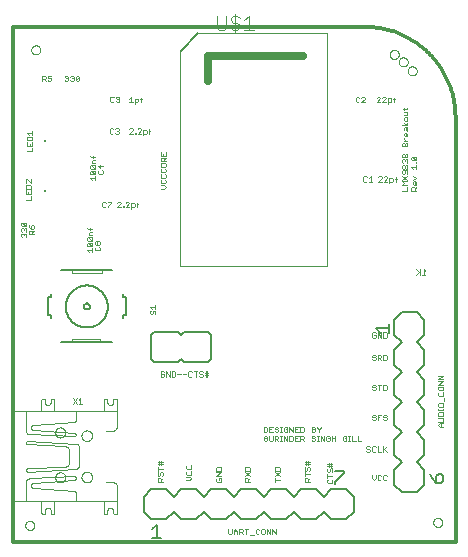
<source format=gto>
G75*
%MOIN*%
%OFA0B0*%
%FSLAX25Y25*%
%IPPOS*%
%LPD*%
%AMOC8*
5,1,8,0,0,1.08239X$1,22.5*
%
%ADD10C,0.01200*%
%ADD11C,0.00200*%
%ADD12C,0.02500*%
%ADD13C,0.00000*%
%ADD14C,0.00600*%
%ADD15C,0.00500*%
%ADD16R,0.00787X0.00787*%
%ADD17C,0.00394*%
%ADD18C,0.00400*%
D10*
X0040433Y0036433D02*
X0040433Y0208134D01*
X0157860Y0208134D01*
X0158591Y0208119D01*
X0159321Y0208087D01*
X0160050Y0208036D01*
X0160778Y0207969D01*
X0161504Y0207883D01*
X0162227Y0207780D01*
X0162948Y0207660D01*
X0163666Y0207522D01*
X0164380Y0207368D01*
X0165091Y0207195D01*
X0165797Y0207006D01*
X0166498Y0206800D01*
X0167194Y0206576D01*
X0167884Y0206337D01*
X0168568Y0206080D01*
X0169246Y0205807D01*
X0169918Y0205518D01*
X0170582Y0205212D01*
X0171238Y0204891D01*
X0171886Y0204554D01*
X0172527Y0204201D01*
X0173158Y0203833D01*
X0173780Y0203449D01*
X0174393Y0203051D01*
X0174996Y0202638D01*
X0175589Y0202211D01*
X0176172Y0201769D01*
X0176743Y0201314D01*
X0177304Y0200845D01*
X0177853Y0200362D01*
X0178390Y0199866D01*
X0178915Y0199358D01*
X0179427Y0198837D01*
X0179927Y0198304D01*
X0180414Y0197758D01*
X0180887Y0197202D01*
X0181347Y0196633D01*
X0181793Y0196054D01*
X0182225Y0195465D01*
X0182642Y0194865D01*
X0183045Y0194255D01*
X0183433Y0193636D01*
X0183806Y0193007D01*
X0184164Y0192370D01*
X0184506Y0191724D01*
X0184832Y0191070D01*
X0185143Y0190408D01*
X0185437Y0189739D01*
X0185715Y0189063D01*
X0185977Y0188381D01*
X0186222Y0187692D01*
X0186451Y0186998D01*
X0186663Y0186299D01*
X0186857Y0185594D01*
X0187035Y0184885D01*
X0187195Y0184172D01*
X0187339Y0183455D01*
X0187464Y0182735D01*
X0187573Y0182013D01*
X0187664Y0181287D01*
X0187737Y0180560D01*
X0187793Y0179831D01*
X0187831Y0179101D01*
X0187851Y0178371D01*
X0187854Y0177640D01*
X0187854Y0036433D01*
X0040433Y0036433D01*
D11*
X0060350Y0082533D02*
X0061551Y0084335D01*
X0062191Y0083734D02*
X0062792Y0084335D01*
X0062792Y0082533D01*
X0062191Y0082533D02*
X0063393Y0082533D01*
X0061551Y0082533D02*
X0060350Y0084335D01*
X0059933Y0102933D02*
X0059933Y0103933D01*
X0069433Y0103933D01*
X0069433Y0102933D01*
X0086032Y0112650D02*
X0086332Y0112350D01*
X0086632Y0112350D01*
X0086932Y0112650D01*
X0086932Y0113251D01*
X0087233Y0113551D01*
X0087533Y0113551D01*
X0087833Y0113251D01*
X0087833Y0112650D01*
X0087533Y0112350D01*
X0086032Y0112650D02*
X0086032Y0113251D01*
X0086332Y0113551D01*
X0086632Y0114191D02*
X0086032Y0114792D01*
X0087833Y0114792D01*
X0087833Y0114191D02*
X0087833Y0115393D01*
X0069933Y0125933D02*
X0069933Y0126933D01*
X0069933Y0125933D02*
X0059933Y0125933D01*
X0059933Y0126933D01*
X0065612Y0133096D02*
X0065012Y0133697D01*
X0066813Y0133697D01*
X0066813Y0134297D02*
X0066813Y0133096D01*
X0067587Y0133896D02*
X0067887Y0133596D01*
X0069088Y0133596D01*
X0069388Y0133896D01*
X0069388Y0134497D01*
X0069088Y0134797D01*
X0069088Y0135438D02*
X0068788Y0135438D01*
X0068487Y0135738D01*
X0068487Y0136338D01*
X0068788Y0136639D01*
X0069088Y0136639D01*
X0069388Y0136338D01*
X0069388Y0135738D01*
X0069088Y0135438D01*
X0068487Y0135738D02*
X0068187Y0135438D01*
X0067887Y0135438D01*
X0067587Y0135738D01*
X0067587Y0136338D01*
X0067887Y0136639D01*
X0068187Y0136639D01*
X0068487Y0136338D01*
X0067887Y0134797D02*
X0067587Y0134497D01*
X0067587Y0133896D01*
X0066513Y0134938D02*
X0065312Y0136139D01*
X0066513Y0136139D01*
X0066813Y0135838D01*
X0066813Y0135238D01*
X0066513Y0134938D01*
X0065312Y0134938D01*
X0065012Y0135238D01*
X0065012Y0135838D01*
X0065312Y0136139D01*
X0065312Y0136779D02*
X0065012Y0137079D01*
X0065012Y0137680D01*
X0065312Y0137980D01*
X0066513Y0136779D01*
X0066813Y0137079D01*
X0066813Y0137680D01*
X0066513Y0137980D01*
X0065312Y0137980D01*
X0065612Y0138621D02*
X0065612Y0139522D01*
X0065913Y0139822D01*
X0066813Y0139822D01*
X0066813Y0140763D02*
X0065312Y0140763D01*
X0065012Y0141063D01*
X0065913Y0141063D02*
X0065913Y0140462D01*
X0065612Y0138621D02*
X0066813Y0138621D01*
X0066513Y0136779D02*
X0065312Y0136779D01*
X0070396Y0147978D02*
X0070997Y0147978D01*
X0071297Y0148278D01*
X0071938Y0148278D02*
X0071938Y0147978D01*
X0071938Y0148278D02*
X0073139Y0149479D01*
X0073139Y0149779D01*
X0071938Y0149779D01*
X0071297Y0149479D02*
X0070997Y0149779D01*
X0070396Y0149779D01*
X0070096Y0149479D01*
X0070096Y0148278D01*
X0070396Y0147978D01*
X0075096Y0148053D02*
X0076297Y0149254D01*
X0076297Y0149554D01*
X0075997Y0149854D01*
X0075396Y0149854D01*
X0075096Y0149554D01*
X0075096Y0148053D02*
X0076297Y0148053D01*
X0076938Y0148053D02*
X0077238Y0148053D01*
X0077238Y0148353D01*
X0076938Y0148353D01*
X0076938Y0148053D01*
X0077858Y0148053D02*
X0079059Y0149254D01*
X0079059Y0149554D01*
X0078759Y0149854D01*
X0078159Y0149854D01*
X0077858Y0149554D01*
X0077858Y0148053D02*
X0079059Y0148053D01*
X0079700Y0148053D02*
X0080601Y0148053D01*
X0080901Y0148353D01*
X0080901Y0148954D01*
X0080601Y0149254D01*
X0079700Y0149254D01*
X0079700Y0147452D01*
X0081542Y0148954D02*
X0082142Y0148954D01*
X0081842Y0149554D02*
X0082142Y0149854D01*
X0081842Y0149554D02*
X0081842Y0148053D01*
X0089532Y0154142D02*
X0090733Y0154142D01*
X0091333Y0154743D01*
X0090733Y0155343D01*
X0089532Y0155343D01*
X0089832Y0155984D02*
X0091033Y0155984D01*
X0091333Y0156284D01*
X0091333Y0156884D01*
X0091033Y0157185D01*
X0091033Y0157825D02*
X0091333Y0158125D01*
X0091333Y0158726D01*
X0091033Y0159026D01*
X0091033Y0159667D02*
X0091333Y0159967D01*
X0091333Y0160568D01*
X0091033Y0160868D01*
X0091033Y0161508D02*
X0091333Y0161809D01*
X0091333Y0162409D01*
X0091033Y0162709D01*
X0089832Y0162709D01*
X0089532Y0162409D01*
X0089532Y0161809D01*
X0089832Y0161508D01*
X0091033Y0161508D01*
X0089832Y0160868D02*
X0089532Y0160568D01*
X0089532Y0159967D01*
X0089832Y0159667D01*
X0091033Y0159667D01*
X0089832Y0159026D02*
X0089532Y0158726D01*
X0089532Y0158125D01*
X0089832Y0157825D01*
X0091033Y0157825D01*
X0089832Y0157185D02*
X0089532Y0156884D01*
X0089532Y0156284D01*
X0089832Y0155984D01*
X0089532Y0163350D02*
X0089532Y0164251D01*
X0089832Y0164551D01*
X0090432Y0164551D01*
X0090733Y0164251D01*
X0090733Y0163350D01*
X0091333Y0163350D02*
X0089532Y0163350D01*
X0090733Y0163950D02*
X0091333Y0164551D01*
X0091333Y0165191D02*
X0091333Y0166393D01*
X0090432Y0165792D02*
X0090432Y0165191D01*
X0089532Y0165191D02*
X0091333Y0165191D01*
X0089532Y0165191D02*
X0089532Y0166393D01*
X0085842Y0172553D02*
X0085842Y0174054D01*
X0086142Y0174354D01*
X0086142Y0173454D02*
X0085542Y0173454D01*
X0084901Y0173454D02*
X0084901Y0172853D01*
X0084601Y0172553D01*
X0083700Y0172553D01*
X0083700Y0171952D02*
X0083700Y0173754D01*
X0084601Y0173754D01*
X0084901Y0173454D01*
X0083059Y0173754D02*
X0083059Y0174054D01*
X0082759Y0174354D01*
X0082159Y0174354D01*
X0081858Y0174054D01*
X0083059Y0173754D02*
X0081858Y0172553D01*
X0083059Y0172553D01*
X0081238Y0172553D02*
X0080938Y0172553D01*
X0080938Y0172853D01*
X0081238Y0172853D01*
X0081238Y0172553D01*
X0080297Y0172553D02*
X0079096Y0172553D01*
X0080297Y0173754D01*
X0080297Y0174054D01*
X0079997Y0174354D01*
X0079396Y0174354D01*
X0079096Y0174054D01*
X0075639Y0173979D02*
X0075639Y0173679D01*
X0075338Y0173379D01*
X0075639Y0173078D01*
X0075639Y0172778D01*
X0075338Y0172478D01*
X0074738Y0172478D01*
X0074438Y0172778D01*
X0073797Y0172778D02*
X0073497Y0172478D01*
X0072896Y0172478D01*
X0072596Y0172778D01*
X0072596Y0173979D01*
X0072896Y0174279D01*
X0073497Y0174279D01*
X0073797Y0173979D01*
X0074438Y0173979D02*
X0074738Y0174279D01*
X0075338Y0174279D01*
X0075639Y0173979D01*
X0075338Y0173379D02*
X0075038Y0173379D01*
X0080901Y0182413D02*
X0080901Y0184214D01*
X0081802Y0184214D01*
X0082102Y0183914D01*
X0082102Y0183314D01*
X0081802Y0183013D01*
X0080901Y0183013D01*
X0080260Y0183013D02*
X0079059Y0183013D01*
X0079660Y0183013D02*
X0079660Y0184815D01*
X0079059Y0184214D01*
X0075830Y0183989D02*
X0074929Y0183989D01*
X0074629Y0184289D01*
X0074629Y0184589D01*
X0074929Y0184890D01*
X0075529Y0184890D01*
X0075830Y0184589D01*
X0075830Y0183388D01*
X0075529Y0183088D01*
X0074929Y0183088D01*
X0074629Y0183388D01*
X0073988Y0183388D02*
X0073688Y0183088D01*
X0073087Y0183088D01*
X0072787Y0183388D01*
X0072787Y0184589D01*
X0073087Y0184890D01*
X0073688Y0184890D01*
X0073988Y0184589D01*
X0082742Y0183914D02*
X0083343Y0183914D01*
X0083043Y0184515D02*
X0083343Y0184815D01*
X0083043Y0184515D02*
X0083043Y0183013D01*
X0067813Y0164763D02*
X0066312Y0164763D01*
X0066012Y0165063D01*
X0066913Y0165063D02*
X0066913Y0164462D01*
X0066913Y0163822D02*
X0067813Y0163822D01*
X0066913Y0163822D02*
X0066612Y0163522D01*
X0066612Y0162621D01*
X0067813Y0162621D01*
X0067513Y0161980D02*
X0067813Y0161680D01*
X0067813Y0161079D01*
X0067513Y0160779D01*
X0066312Y0161980D01*
X0067513Y0161980D01*
X0068587Y0161838D02*
X0069487Y0160938D01*
X0069487Y0162139D01*
X0070388Y0161838D02*
X0068587Y0161838D01*
X0067513Y0160779D02*
X0066312Y0160779D01*
X0066012Y0161079D01*
X0066012Y0161680D01*
X0066312Y0161980D01*
X0066312Y0160139D02*
X0067513Y0158938D01*
X0067813Y0159238D01*
X0067813Y0159838D01*
X0067513Y0160139D01*
X0066312Y0160139D01*
X0066012Y0159838D01*
X0066012Y0159238D01*
X0066312Y0158938D01*
X0067513Y0158938D01*
X0067813Y0158297D02*
X0067813Y0157096D01*
X0067813Y0157697D02*
X0066012Y0157697D01*
X0066612Y0157096D01*
X0068887Y0159096D02*
X0070088Y0159096D01*
X0070388Y0159396D01*
X0070388Y0159997D01*
X0070088Y0160297D01*
X0068887Y0160297D02*
X0068587Y0159997D01*
X0068587Y0159396D01*
X0068887Y0159096D01*
X0046333Y0157259D02*
X0046333Y0156058D01*
X0045132Y0157259D01*
X0044832Y0157259D01*
X0044532Y0156959D01*
X0044532Y0156358D01*
X0044832Y0156058D01*
X0044832Y0155417D02*
X0044532Y0155117D01*
X0044532Y0154216D01*
X0046333Y0154216D01*
X0046333Y0155117D01*
X0046033Y0155417D01*
X0044832Y0155417D01*
X0044532Y0153576D02*
X0044532Y0152375D01*
X0046333Y0152375D01*
X0046333Y0153576D01*
X0045432Y0152975D02*
X0045432Y0152375D01*
X0046333Y0151734D02*
X0046333Y0150533D01*
X0044532Y0150533D01*
X0044533Y0142893D02*
X0043332Y0142893D01*
X0044533Y0141691D01*
X0044833Y0141992D01*
X0044833Y0142592D01*
X0044533Y0142893D01*
X0043332Y0142893D02*
X0043032Y0142592D01*
X0043032Y0141992D01*
X0043332Y0141691D01*
X0044533Y0141691D01*
X0044533Y0141051D02*
X0044833Y0140751D01*
X0044833Y0140150D01*
X0044533Y0139850D01*
X0044533Y0139209D02*
X0044833Y0138909D01*
X0044833Y0138309D01*
X0044533Y0138008D01*
X0043932Y0138609D02*
X0043932Y0138909D01*
X0044233Y0139209D01*
X0044533Y0139209D01*
X0043932Y0138909D02*
X0043632Y0139209D01*
X0043332Y0139209D01*
X0043032Y0138909D01*
X0043032Y0138309D01*
X0043332Y0138008D01*
X0043332Y0139850D02*
X0043032Y0140150D01*
X0043032Y0140751D01*
X0043332Y0141051D01*
X0043632Y0141051D01*
X0043932Y0140751D01*
X0044233Y0141051D01*
X0044533Y0141051D01*
X0043932Y0140751D02*
X0043932Y0140450D01*
X0045532Y0139934D02*
X0045832Y0140234D01*
X0046432Y0140234D01*
X0046733Y0139934D01*
X0046733Y0139033D01*
X0047333Y0139033D02*
X0045532Y0139033D01*
X0045532Y0139934D01*
X0046733Y0139634D02*
X0047333Y0140234D01*
X0047033Y0140875D02*
X0047333Y0141175D01*
X0047333Y0141775D01*
X0047033Y0142076D01*
X0046733Y0142076D01*
X0046432Y0141775D01*
X0046432Y0140875D01*
X0047033Y0140875D01*
X0046432Y0140875D02*
X0045832Y0141475D01*
X0045532Y0142076D01*
X0045032Y0166667D02*
X0046833Y0166667D01*
X0046833Y0167868D01*
X0046833Y0168508D02*
X0046833Y0169709D01*
X0046833Y0170350D02*
X0046833Y0171251D01*
X0046533Y0171551D01*
X0045332Y0171551D01*
X0045032Y0171251D01*
X0045032Y0170350D01*
X0046833Y0170350D01*
X0045932Y0169109D02*
X0045932Y0168508D01*
X0045032Y0168508D02*
X0046833Y0168508D01*
X0045032Y0168508D02*
X0045032Y0169709D01*
X0045632Y0172191D02*
X0045032Y0172792D01*
X0046833Y0172792D01*
X0046833Y0172191D02*
X0046833Y0173393D01*
X0050033Y0190033D02*
X0050033Y0191835D01*
X0050934Y0191835D01*
X0051234Y0191534D01*
X0051234Y0190934D01*
X0050934Y0190634D01*
X0050033Y0190634D01*
X0050634Y0190634D02*
X0051234Y0190033D01*
X0051875Y0190333D02*
X0052175Y0190033D01*
X0052775Y0190033D01*
X0053076Y0190333D01*
X0053076Y0190934D01*
X0052775Y0191234D01*
X0052475Y0191234D01*
X0051875Y0190934D01*
X0051875Y0191835D01*
X0053076Y0191835D01*
X0057533Y0191534D02*
X0057833Y0191835D01*
X0058434Y0191835D01*
X0058734Y0191534D01*
X0058734Y0191234D01*
X0058434Y0190934D01*
X0058734Y0190634D01*
X0058734Y0190333D01*
X0058434Y0190033D01*
X0057833Y0190033D01*
X0057533Y0190333D01*
X0058134Y0190934D02*
X0058434Y0190934D01*
X0059375Y0191534D02*
X0059675Y0191835D01*
X0060275Y0191835D01*
X0060576Y0191534D01*
X0060576Y0191234D01*
X0060275Y0190934D01*
X0060576Y0190634D01*
X0060576Y0190333D01*
X0060275Y0190033D01*
X0059675Y0190033D01*
X0059375Y0190333D01*
X0059975Y0190934D02*
X0060275Y0190934D01*
X0061216Y0191534D02*
X0061516Y0191835D01*
X0062117Y0191835D01*
X0062417Y0191534D01*
X0061216Y0190333D01*
X0061516Y0190033D01*
X0062117Y0190033D01*
X0062417Y0190333D01*
X0062417Y0191534D01*
X0061216Y0191534D02*
X0061216Y0190333D01*
X0089833Y0093335D02*
X0089533Y0093034D01*
X0089533Y0091833D01*
X0089833Y0091533D01*
X0090434Y0091533D01*
X0090734Y0091833D01*
X0090734Y0092434D01*
X0090134Y0092434D01*
X0090734Y0093034D02*
X0090434Y0093335D01*
X0089833Y0093335D01*
X0091375Y0093335D02*
X0092576Y0091533D01*
X0092576Y0093335D01*
X0093216Y0093335D02*
X0093216Y0091533D01*
X0094117Y0091533D01*
X0094417Y0091833D01*
X0094417Y0093034D01*
X0094117Y0093335D01*
X0093216Y0093335D01*
X0091375Y0093335D02*
X0091375Y0091533D01*
X0095058Y0092434D02*
X0096259Y0092434D01*
X0096899Y0092434D02*
X0098100Y0092434D01*
X0098741Y0093034D02*
X0098741Y0091833D01*
X0099041Y0091533D01*
X0099642Y0091533D01*
X0099942Y0091833D01*
X0099942Y0093034D02*
X0099642Y0093335D01*
X0099041Y0093335D01*
X0098741Y0093034D01*
X0100583Y0093335D02*
X0101784Y0093335D01*
X0101183Y0093335D02*
X0101183Y0091533D01*
X0102424Y0091833D02*
X0102724Y0091533D01*
X0103325Y0091533D01*
X0103625Y0091833D01*
X0103625Y0092134D01*
X0103325Y0092434D01*
X0102724Y0092434D01*
X0102424Y0092734D01*
X0102424Y0093034D01*
X0102724Y0093335D01*
X0103325Y0093335D01*
X0103625Y0093034D01*
X0104266Y0092734D02*
X0105166Y0092734D01*
X0105467Y0092734D01*
X0105467Y0092134D02*
X0104266Y0092134D01*
X0104566Y0091533D02*
X0104566Y0093335D01*
X0105166Y0093335D02*
X0105166Y0091533D01*
X0123885Y0074835D02*
X0124786Y0074835D01*
X0125086Y0074534D01*
X0125086Y0073333D01*
X0124786Y0073033D01*
X0123885Y0073033D01*
X0123885Y0074835D01*
X0125726Y0074835D02*
X0125726Y0073033D01*
X0126927Y0073033D01*
X0127568Y0073333D02*
X0127868Y0073033D01*
X0128469Y0073033D01*
X0128769Y0073333D01*
X0128769Y0073634D01*
X0128469Y0073934D01*
X0127868Y0073934D01*
X0127568Y0074234D01*
X0127568Y0074534D01*
X0127868Y0074835D01*
X0128469Y0074835D01*
X0128769Y0074534D01*
X0129409Y0074835D02*
X0130010Y0074835D01*
X0129710Y0074835D02*
X0129710Y0073033D01*
X0130010Y0073033D02*
X0129409Y0073033D01*
X0129409Y0071835D02*
X0130010Y0071835D01*
X0129710Y0071835D02*
X0129710Y0070033D01*
X0130010Y0070033D02*
X0129409Y0070033D01*
X0128769Y0070033D02*
X0128168Y0070634D01*
X0128469Y0070634D02*
X0127568Y0070634D01*
X0127568Y0070033D02*
X0127568Y0071835D01*
X0128469Y0071835D01*
X0128769Y0071534D01*
X0128769Y0070934D01*
X0128469Y0070634D01*
X0126927Y0070333D02*
X0126927Y0071835D01*
X0125726Y0071835D02*
X0125726Y0070333D01*
X0126027Y0070033D01*
X0126627Y0070033D01*
X0126927Y0070333D01*
X0125086Y0070333D02*
X0125086Y0070934D01*
X0124485Y0070934D01*
X0123885Y0071534D02*
X0123885Y0070333D01*
X0124185Y0070033D01*
X0124786Y0070033D01*
X0125086Y0070333D01*
X0125086Y0071534D02*
X0124786Y0071835D01*
X0124185Y0071835D01*
X0123885Y0071534D01*
X0125726Y0073934D02*
X0126327Y0073934D01*
X0126927Y0074835D02*
X0125726Y0074835D01*
X0130637Y0074534D02*
X0130637Y0073333D01*
X0130937Y0073033D01*
X0131538Y0073033D01*
X0131838Y0073333D01*
X0131838Y0073934D01*
X0131238Y0073934D01*
X0131838Y0074534D02*
X0131538Y0074835D01*
X0130937Y0074835D01*
X0130637Y0074534D01*
X0132479Y0074835D02*
X0133680Y0073033D01*
X0133680Y0074835D01*
X0134320Y0074835D02*
X0134320Y0073033D01*
X0135521Y0073033D01*
X0136162Y0073033D02*
X0137063Y0073033D01*
X0137363Y0073333D01*
X0137363Y0074534D01*
X0137063Y0074835D01*
X0136162Y0074835D01*
X0136162Y0073033D01*
X0136162Y0071835D02*
X0137063Y0071835D01*
X0137363Y0071534D01*
X0137363Y0070934D01*
X0137063Y0070634D01*
X0136162Y0070634D01*
X0136762Y0070634D02*
X0137363Y0070033D01*
X0136162Y0070033D02*
X0136162Y0071835D01*
X0135521Y0071835D02*
X0134320Y0071835D01*
X0134320Y0070033D01*
X0135521Y0070033D01*
X0134921Y0070934D02*
X0134320Y0070934D01*
X0133680Y0071534D02*
X0133380Y0071835D01*
X0132479Y0071835D01*
X0132479Y0070033D01*
X0133380Y0070033D01*
X0133680Y0070333D01*
X0133680Y0071534D01*
X0131838Y0071835D02*
X0131838Y0070033D01*
X0130637Y0071835D01*
X0130637Y0070033D01*
X0132479Y0073033D02*
X0132479Y0074835D01*
X0134320Y0074835D02*
X0135521Y0074835D01*
X0134921Y0073934D02*
X0134320Y0073934D01*
X0139845Y0073934D02*
X0140746Y0073934D01*
X0141046Y0073634D01*
X0141046Y0073333D01*
X0140746Y0073033D01*
X0139845Y0073033D01*
X0139845Y0074835D01*
X0140746Y0074835D01*
X0141046Y0074534D01*
X0141046Y0074234D01*
X0140746Y0073934D01*
X0141687Y0074534D02*
X0142287Y0073934D01*
X0142287Y0073033D01*
X0142287Y0073934D02*
X0142888Y0074534D01*
X0142888Y0074835D01*
X0141687Y0074835D02*
X0141687Y0074534D01*
X0141687Y0071835D02*
X0142287Y0071835D01*
X0141987Y0071835D02*
X0141987Y0070033D01*
X0141687Y0070033D02*
X0142287Y0070033D01*
X0142914Y0070033D02*
X0142914Y0071835D01*
X0144115Y0070033D01*
X0144115Y0071835D01*
X0144756Y0071534D02*
X0144756Y0070333D01*
X0145056Y0070033D01*
X0145657Y0070033D01*
X0145957Y0070333D01*
X0145957Y0070934D01*
X0145356Y0070934D01*
X0144756Y0071534D02*
X0145056Y0071835D01*
X0145657Y0071835D01*
X0145957Y0071534D01*
X0146597Y0071835D02*
X0146597Y0070033D01*
X0146597Y0070934D02*
X0147798Y0070934D01*
X0147798Y0071835D02*
X0147798Y0070033D01*
X0150281Y0070333D02*
X0150581Y0070033D01*
X0151181Y0070033D01*
X0151482Y0070333D01*
X0151482Y0070934D01*
X0150881Y0070934D01*
X0150281Y0071534D02*
X0150281Y0070333D01*
X0150281Y0071534D02*
X0150581Y0071835D01*
X0151181Y0071835D01*
X0151482Y0071534D01*
X0152122Y0071835D02*
X0152723Y0071835D01*
X0152422Y0071835D02*
X0152422Y0070033D01*
X0152122Y0070033D02*
X0152723Y0070033D01*
X0153350Y0070033D02*
X0154551Y0070033D01*
X0155191Y0070033D02*
X0156392Y0070033D01*
X0155191Y0070033D02*
X0155191Y0071835D01*
X0153350Y0071835D02*
X0153350Y0070033D01*
X0158167Y0068034D02*
X0158167Y0067734D01*
X0158467Y0067434D01*
X0159068Y0067434D01*
X0159368Y0067134D01*
X0159368Y0066833D01*
X0159068Y0066533D01*
X0158467Y0066533D01*
X0158167Y0066833D01*
X0158167Y0068034D02*
X0158467Y0068335D01*
X0159068Y0068335D01*
X0159368Y0068034D01*
X0160008Y0068034D02*
X0160008Y0066833D01*
X0160309Y0066533D01*
X0160909Y0066533D01*
X0161209Y0066833D01*
X0161850Y0066533D02*
X0163051Y0066533D01*
X0163691Y0066533D02*
X0163691Y0068335D01*
X0163992Y0067434D02*
X0164893Y0066533D01*
X0163691Y0067134D02*
X0164893Y0068335D01*
X0161850Y0068335D02*
X0161850Y0066533D01*
X0161209Y0068034D02*
X0160909Y0068335D01*
X0160309Y0068335D01*
X0160008Y0068034D01*
X0160309Y0077033D02*
X0160008Y0077333D01*
X0160309Y0077033D02*
X0160909Y0077033D01*
X0161209Y0077333D01*
X0161209Y0077634D01*
X0160909Y0077934D01*
X0160309Y0077934D01*
X0160008Y0078234D01*
X0160008Y0078534D01*
X0160309Y0078835D01*
X0160909Y0078835D01*
X0161209Y0078534D01*
X0161850Y0078835D02*
X0161850Y0077033D01*
X0161850Y0077934D02*
X0162450Y0077934D01*
X0161850Y0078835D02*
X0163051Y0078835D01*
X0163691Y0078534D02*
X0163691Y0078234D01*
X0163992Y0077934D01*
X0164592Y0077934D01*
X0164893Y0077634D01*
X0164893Y0077333D01*
X0164592Y0077033D01*
X0163992Y0077033D01*
X0163691Y0077333D01*
X0163691Y0078534D02*
X0163992Y0078835D01*
X0164592Y0078835D01*
X0164893Y0078534D01*
X0164592Y0087033D02*
X0164893Y0087333D01*
X0164893Y0088534D01*
X0164592Y0088835D01*
X0163691Y0088835D01*
X0163691Y0087033D01*
X0164592Y0087033D01*
X0162450Y0087033D02*
X0162450Y0088835D01*
X0161850Y0088835D02*
X0163051Y0088835D01*
X0161209Y0088534D02*
X0160909Y0088835D01*
X0160309Y0088835D01*
X0160008Y0088534D01*
X0160008Y0088234D01*
X0160309Y0087934D01*
X0160909Y0087934D01*
X0161209Y0087634D01*
X0161209Y0087333D01*
X0160909Y0087033D01*
X0160309Y0087033D01*
X0160008Y0087333D01*
X0160309Y0097033D02*
X0160008Y0097333D01*
X0160309Y0097033D02*
X0160909Y0097033D01*
X0161209Y0097333D01*
X0161209Y0097634D01*
X0160909Y0097934D01*
X0160309Y0097934D01*
X0160008Y0098234D01*
X0160008Y0098534D01*
X0160309Y0098835D01*
X0160909Y0098835D01*
X0161209Y0098534D01*
X0161850Y0098835D02*
X0162751Y0098835D01*
X0163051Y0098534D01*
X0163051Y0097934D01*
X0162751Y0097634D01*
X0161850Y0097634D01*
X0162450Y0097634D02*
X0163051Y0097033D01*
X0163691Y0097033D02*
X0163691Y0098835D01*
X0164592Y0098835D01*
X0164893Y0098534D01*
X0164893Y0097333D01*
X0164592Y0097033D01*
X0163691Y0097033D01*
X0161850Y0097033D02*
X0161850Y0098835D01*
X0161850Y0104533D02*
X0161850Y0106335D01*
X0163051Y0104533D01*
X0163051Y0106335D01*
X0163691Y0106335D02*
X0163691Y0104533D01*
X0164592Y0104533D01*
X0164893Y0104833D01*
X0164893Y0106034D01*
X0164592Y0106335D01*
X0163691Y0106335D01*
X0161209Y0106034D02*
X0160909Y0106335D01*
X0160309Y0106335D01*
X0160008Y0106034D01*
X0160008Y0104833D01*
X0160309Y0104533D01*
X0160909Y0104533D01*
X0161209Y0104833D01*
X0161209Y0105434D01*
X0160609Y0105434D01*
X0174790Y0125533D02*
X0175691Y0126434D01*
X0175991Y0126134D02*
X0174790Y0127335D01*
X0175991Y0127335D02*
X0175991Y0125533D01*
X0176632Y0125533D02*
X0177833Y0125533D01*
X0177233Y0125533D02*
X0177233Y0127335D01*
X0177833Y0126734D01*
X0174833Y0153533D02*
X0173032Y0153533D01*
X0173032Y0154434D01*
X0173332Y0154734D01*
X0173932Y0154734D01*
X0174233Y0154434D01*
X0174233Y0153533D01*
X0174233Y0154134D02*
X0174833Y0154734D01*
X0174533Y0155375D02*
X0173932Y0155375D01*
X0173632Y0155675D01*
X0173632Y0156275D01*
X0173932Y0156576D01*
X0174233Y0156576D01*
X0174233Y0155375D01*
X0174533Y0155375D02*
X0174833Y0155675D01*
X0174833Y0156275D01*
X0173632Y0157216D02*
X0174833Y0157817D01*
X0173632Y0158417D01*
X0171833Y0158417D02*
X0170032Y0157216D01*
X0170032Y0156576D02*
X0171833Y0156576D01*
X0171833Y0157216D02*
X0170032Y0158417D01*
X0170332Y0159058D02*
X0170632Y0159058D01*
X0170932Y0159358D01*
X0170932Y0160259D01*
X0170332Y0160259D02*
X0170032Y0159959D01*
X0170032Y0159358D01*
X0170332Y0159058D01*
X0170332Y0160259D02*
X0171533Y0160259D01*
X0171833Y0159959D01*
X0171833Y0159358D01*
X0171533Y0159058D01*
X0171533Y0160899D02*
X0171233Y0160899D01*
X0170932Y0161200D01*
X0170932Y0161800D01*
X0171233Y0162100D01*
X0171533Y0162100D01*
X0171833Y0161800D01*
X0171833Y0161200D01*
X0171533Y0160899D01*
X0170932Y0161200D02*
X0170632Y0160899D01*
X0170332Y0160899D01*
X0170032Y0161200D01*
X0170032Y0161800D01*
X0170332Y0162100D01*
X0170632Y0162100D01*
X0170932Y0161800D01*
X0170332Y0162741D02*
X0170032Y0163041D01*
X0170032Y0163642D01*
X0170332Y0163942D01*
X0170632Y0163942D01*
X0170932Y0163642D01*
X0171233Y0163942D01*
X0171533Y0163942D01*
X0171833Y0163642D01*
X0171833Y0163041D01*
X0171533Y0162741D01*
X0170932Y0163341D02*
X0170932Y0163642D01*
X0170632Y0164583D02*
X0170332Y0164583D01*
X0170032Y0164883D01*
X0170032Y0165483D01*
X0170332Y0165784D01*
X0170632Y0165784D01*
X0170932Y0165483D01*
X0170932Y0164883D01*
X0170632Y0164583D01*
X0170932Y0164883D02*
X0171233Y0164583D01*
X0171533Y0164583D01*
X0171833Y0164883D01*
X0171833Y0165483D01*
X0171533Y0165784D01*
X0171233Y0165784D01*
X0170932Y0165483D01*
X0173032Y0164562D02*
X0173332Y0164863D01*
X0174533Y0163662D01*
X0174833Y0163962D01*
X0174833Y0164562D01*
X0174533Y0164863D01*
X0173332Y0164863D01*
X0173032Y0164562D02*
X0173032Y0163962D01*
X0173332Y0163662D01*
X0174533Y0163662D01*
X0174533Y0163041D02*
X0174833Y0163041D01*
X0174833Y0162741D01*
X0174533Y0162741D01*
X0174533Y0163041D01*
X0174833Y0162100D02*
X0174833Y0160899D01*
X0174833Y0161500D02*
X0173032Y0161500D01*
X0173632Y0160899D01*
X0170032Y0156576D02*
X0170632Y0155975D01*
X0170032Y0155375D01*
X0171833Y0155375D01*
X0171833Y0154734D02*
X0171833Y0153533D01*
X0170032Y0153533D01*
X0167921Y0156553D02*
X0167921Y0158054D01*
X0168221Y0158354D01*
X0168221Y0157454D02*
X0167621Y0157454D01*
X0166980Y0157454D02*
X0166980Y0156853D01*
X0166680Y0156553D01*
X0165779Y0156553D01*
X0165779Y0155952D02*
X0165779Y0157754D01*
X0166680Y0157754D01*
X0166980Y0157454D01*
X0165139Y0157754D02*
X0163938Y0156553D01*
X0165139Y0156553D01*
X0165139Y0157754D02*
X0165139Y0158054D01*
X0164838Y0158354D01*
X0164238Y0158354D01*
X0163938Y0158054D01*
X0163297Y0158054D02*
X0162997Y0158354D01*
X0162396Y0158354D01*
X0162096Y0158054D01*
X0163297Y0158054D02*
X0163297Y0157754D01*
X0162096Y0156553D01*
X0163297Y0156553D01*
X0160139Y0156478D02*
X0158938Y0156478D01*
X0159538Y0156478D02*
X0159538Y0158279D01*
X0158938Y0157679D01*
X0158297Y0157979D02*
X0157997Y0158279D01*
X0157396Y0158279D01*
X0157096Y0157979D01*
X0157096Y0156778D01*
X0157396Y0156478D01*
X0157997Y0156478D01*
X0158297Y0156778D01*
X0170032Y0168266D02*
X0170032Y0169166D01*
X0170332Y0169467D01*
X0170632Y0169467D01*
X0170932Y0169166D01*
X0170932Y0168266D01*
X0170932Y0169166D02*
X0171233Y0169467D01*
X0171533Y0169467D01*
X0171833Y0169166D01*
X0171833Y0168266D01*
X0170032Y0168266D01*
X0170632Y0170107D02*
X0171833Y0170107D01*
X0171233Y0170107D02*
X0170632Y0170708D01*
X0170632Y0171008D01*
X0170932Y0171642D02*
X0170632Y0171942D01*
X0170632Y0172543D01*
X0170932Y0172843D01*
X0171233Y0172843D01*
X0171233Y0171642D01*
X0171533Y0171642D02*
X0170932Y0171642D01*
X0171533Y0171642D02*
X0171833Y0171942D01*
X0171833Y0172543D01*
X0171533Y0173483D02*
X0171233Y0173784D01*
X0171233Y0174684D01*
X0170932Y0174684D02*
X0171833Y0174684D01*
X0171833Y0173784D01*
X0171533Y0173483D01*
X0170632Y0173784D02*
X0170632Y0174384D01*
X0170932Y0174684D01*
X0171233Y0175325D02*
X0170632Y0176226D01*
X0170932Y0176860D02*
X0171533Y0176860D01*
X0171833Y0177160D01*
X0171833Y0177760D01*
X0171533Y0178061D01*
X0170932Y0178061D01*
X0170632Y0177760D01*
X0170632Y0177160D01*
X0170932Y0176860D01*
X0171833Y0176226D02*
X0171233Y0175325D01*
X0171833Y0175325D02*
X0170032Y0175325D01*
X0170632Y0178701D02*
X0171533Y0178701D01*
X0171833Y0179001D01*
X0171833Y0179902D01*
X0170632Y0179902D01*
X0170632Y0180543D02*
X0170632Y0181143D01*
X0170332Y0180843D02*
X0171533Y0180843D01*
X0171833Y0181143D01*
X0167421Y0183053D02*
X0167421Y0184554D01*
X0167721Y0184854D01*
X0167721Y0183954D02*
X0167121Y0183954D01*
X0166480Y0183954D02*
X0166480Y0183353D01*
X0166180Y0183053D01*
X0165279Y0183053D01*
X0165279Y0182452D02*
X0165279Y0184254D01*
X0166180Y0184254D01*
X0166480Y0183954D01*
X0164639Y0184254D02*
X0164639Y0184554D01*
X0164338Y0184854D01*
X0163738Y0184854D01*
X0163438Y0184554D01*
X0162797Y0184554D02*
X0162497Y0184854D01*
X0161896Y0184854D01*
X0161596Y0184554D01*
X0162797Y0184554D02*
X0162797Y0184254D01*
X0161596Y0183053D01*
X0162797Y0183053D01*
X0163438Y0183053D02*
X0164639Y0184254D01*
X0164639Y0183053D02*
X0163438Y0183053D01*
X0157639Y0182978D02*
X0156438Y0182978D01*
X0157639Y0184179D01*
X0157639Y0184479D01*
X0157338Y0184779D01*
X0156738Y0184779D01*
X0156438Y0184479D01*
X0155797Y0184479D02*
X0155497Y0184779D01*
X0154896Y0184779D01*
X0154596Y0184479D01*
X0154596Y0183278D01*
X0154896Y0182978D01*
X0155497Y0182978D01*
X0155797Y0183278D01*
X0182032Y0091893D02*
X0183833Y0091893D01*
X0182032Y0090691D01*
X0183833Y0090691D01*
X0183833Y0090051D02*
X0182032Y0090051D01*
X0182032Y0088850D02*
X0183833Y0090051D01*
X0183833Y0088850D02*
X0182032Y0088850D01*
X0182332Y0088209D02*
X0182032Y0087909D01*
X0182032Y0087309D01*
X0182332Y0087008D01*
X0183533Y0087008D01*
X0183833Y0087309D01*
X0183833Y0087909D01*
X0183533Y0088209D01*
X0182332Y0088209D01*
X0182332Y0086368D02*
X0182032Y0086068D01*
X0182032Y0085467D01*
X0182332Y0085167D01*
X0183533Y0085167D01*
X0183833Y0085467D01*
X0183833Y0086068D01*
X0183533Y0086368D01*
X0184133Y0084526D02*
X0184133Y0083325D01*
X0183533Y0082685D02*
X0182332Y0082685D01*
X0182032Y0082384D01*
X0182032Y0081784D01*
X0182332Y0081484D01*
X0183533Y0081484D01*
X0183833Y0081784D01*
X0183833Y0082384D01*
X0183533Y0082685D01*
X0183833Y0080856D02*
X0183833Y0080256D01*
X0183833Y0080556D02*
X0182032Y0080556D01*
X0182032Y0080256D02*
X0182032Y0080856D01*
X0182332Y0079615D02*
X0182032Y0079315D01*
X0182032Y0078414D01*
X0183833Y0078414D01*
X0183833Y0079315D01*
X0183533Y0079615D01*
X0182332Y0079615D01*
X0182032Y0077774D02*
X0183533Y0077774D01*
X0183833Y0077474D01*
X0183833Y0076873D01*
X0183533Y0076573D01*
X0182032Y0076573D01*
X0182632Y0075932D02*
X0182032Y0075332D01*
X0182632Y0074731D01*
X0183833Y0074731D01*
X0182932Y0074731D02*
X0182932Y0075932D01*
X0182632Y0075932D02*
X0183833Y0075932D01*
X0164893Y0058534D02*
X0164592Y0058835D01*
X0163992Y0058835D01*
X0163691Y0058534D01*
X0163691Y0057333D01*
X0163992Y0057033D01*
X0164592Y0057033D01*
X0164893Y0057333D01*
X0163051Y0057333D02*
X0162751Y0057033D01*
X0162150Y0057033D01*
X0161850Y0057333D01*
X0161850Y0058534D01*
X0162150Y0058835D01*
X0162751Y0058835D01*
X0163051Y0058534D01*
X0161209Y0058835D02*
X0161209Y0057634D01*
X0160609Y0057033D01*
X0160008Y0057634D01*
X0160008Y0058835D01*
X0146833Y0058475D02*
X0145032Y0058475D01*
X0145032Y0057875D02*
X0145032Y0059076D01*
X0145332Y0059716D02*
X0145632Y0059716D01*
X0145932Y0060016D01*
X0145932Y0060617D01*
X0146233Y0060917D01*
X0146533Y0060917D01*
X0146833Y0060617D01*
X0146833Y0060016D01*
X0146533Y0059716D01*
X0145332Y0059716D02*
X0145032Y0060016D01*
X0145032Y0060617D01*
X0145332Y0060917D01*
X0145632Y0061558D02*
X0145632Y0062459D01*
X0145632Y0062759D01*
X0146233Y0062759D02*
X0146233Y0061558D01*
X0146833Y0061858D02*
X0145032Y0061858D01*
X0145032Y0062459D02*
X0146833Y0062459D01*
X0146533Y0057234D02*
X0146833Y0056934D01*
X0146833Y0056333D01*
X0146533Y0056033D01*
X0145332Y0056033D01*
X0145032Y0056333D01*
X0145032Y0056934D01*
X0145332Y0057234D01*
X0139333Y0057734D02*
X0138733Y0057134D01*
X0138733Y0057434D02*
X0138733Y0056533D01*
X0139333Y0056533D02*
X0137532Y0056533D01*
X0137532Y0057434D01*
X0137832Y0057734D01*
X0138432Y0057734D01*
X0138733Y0057434D01*
X0137532Y0058375D02*
X0137532Y0059576D01*
X0137532Y0058975D02*
X0139333Y0058975D01*
X0139033Y0060216D02*
X0139333Y0060516D01*
X0139333Y0061117D01*
X0139033Y0061417D01*
X0138733Y0061417D01*
X0138432Y0061117D01*
X0138432Y0060516D01*
X0138132Y0060216D01*
X0137832Y0060216D01*
X0137532Y0060516D01*
X0137532Y0061117D01*
X0137832Y0061417D01*
X0138132Y0062058D02*
X0138132Y0062959D01*
X0138132Y0063259D01*
X0138733Y0063259D02*
X0138733Y0062058D01*
X0139333Y0062358D02*
X0137532Y0062358D01*
X0137532Y0062959D02*
X0139333Y0062959D01*
X0140145Y0070033D02*
X0139845Y0070333D01*
X0140145Y0070033D02*
X0140746Y0070033D01*
X0141046Y0070333D01*
X0141046Y0070634D01*
X0140746Y0070934D01*
X0140145Y0070934D01*
X0139845Y0071234D01*
X0139845Y0071534D01*
X0140145Y0071835D01*
X0140746Y0071835D01*
X0141046Y0071534D01*
X0129333Y0061117D02*
X0129033Y0061417D01*
X0127832Y0061417D01*
X0127532Y0061117D01*
X0127532Y0060216D01*
X0129333Y0060216D01*
X0129333Y0061117D01*
X0129333Y0059576D02*
X0127532Y0058375D01*
X0127532Y0057734D02*
X0127532Y0056533D01*
X0127532Y0057134D02*
X0129333Y0057134D01*
X0129333Y0058375D02*
X0127532Y0059576D01*
X0119333Y0059576D02*
X0117532Y0058375D01*
X0117832Y0057734D02*
X0118432Y0057734D01*
X0118733Y0057434D01*
X0118733Y0056533D01*
X0119333Y0056533D02*
X0117532Y0056533D01*
X0117532Y0057434D01*
X0117832Y0057734D01*
X0118733Y0057134D02*
X0119333Y0057734D01*
X0119333Y0058375D02*
X0117532Y0059576D01*
X0117532Y0060216D02*
X0117532Y0061117D01*
X0117832Y0061417D01*
X0119033Y0061417D01*
X0119333Y0061117D01*
X0119333Y0060216D01*
X0117532Y0060216D01*
X0109833Y0060216D02*
X0109833Y0061117D01*
X0109533Y0061417D01*
X0108332Y0061417D01*
X0108032Y0061117D01*
X0108032Y0060216D01*
X0109833Y0060216D01*
X0109833Y0059576D02*
X0108032Y0059576D01*
X0108032Y0058375D02*
X0109833Y0059576D01*
X0109833Y0058375D02*
X0108032Y0058375D01*
X0108332Y0057734D02*
X0108032Y0057434D01*
X0108032Y0056833D01*
X0108332Y0056533D01*
X0109533Y0056533D01*
X0109833Y0056833D01*
X0109833Y0057434D01*
X0109533Y0057734D01*
X0108932Y0057734D01*
X0108932Y0057134D01*
X0099833Y0057634D02*
X0099233Y0058234D01*
X0098032Y0058234D01*
X0098332Y0058875D02*
X0099533Y0058875D01*
X0099833Y0059175D01*
X0099833Y0059775D01*
X0099533Y0060076D01*
X0099533Y0060716D02*
X0098332Y0060716D01*
X0098032Y0061016D01*
X0098032Y0061617D01*
X0098332Y0061917D01*
X0099533Y0061917D02*
X0099833Y0061617D01*
X0099833Y0061016D01*
X0099533Y0060716D01*
X0098332Y0060076D02*
X0098032Y0059775D01*
X0098032Y0059175D01*
X0098332Y0058875D01*
X0098032Y0057033D02*
X0099233Y0057033D01*
X0099833Y0057634D01*
X0090333Y0057734D02*
X0089733Y0057134D01*
X0089733Y0057434D02*
X0089733Y0056533D01*
X0090333Y0056533D02*
X0088532Y0056533D01*
X0088532Y0057434D01*
X0088832Y0057734D01*
X0089432Y0057734D01*
X0089733Y0057434D01*
X0090033Y0058375D02*
X0090333Y0058675D01*
X0090333Y0059275D01*
X0090033Y0059576D01*
X0089733Y0059576D01*
X0089432Y0059275D01*
X0089432Y0058675D01*
X0089132Y0058375D01*
X0088832Y0058375D01*
X0088532Y0058675D01*
X0088532Y0059275D01*
X0088832Y0059576D01*
X0088532Y0060216D02*
X0088532Y0061417D01*
X0088532Y0060817D02*
X0090333Y0060817D01*
X0089733Y0062058D02*
X0089733Y0063259D01*
X0089132Y0063259D02*
X0089132Y0062959D01*
X0089132Y0062058D01*
X0088532Y0062358D02*
X0090333Y0062358D01*
X0090333Y0062959D02*
X0088532Y0062959D01*
X0112033Y0040835D02*
X0112033Y0039333D01*
X0112333Y0039033D01*
X0112934Y0039033D01*
X0113234Y0039333D01*
X0113234Y0040835D01*
X0113875Y0040234D02*
X0114475Y0040835D01*
X0115076Y0040234D01*
X0115076Y0039033D01*
X0115716Y0039033D02*
X0115716Y0040835D01*
X0116617Y0040835D01*
X0116917Y0040534D01*
X0116917Y0039934D01*
X0116617Y0039634D01*
X0115716Y0039634D01*
X0116317Y0039634D02*
X0116917Y0039033D01*
X0118158Y0039033D02*
X0118158Y0040835D01*
X0117558Y0040835D02*
X0118759Y0040835D01*
X0119399Y0038733D02*
X0120600Y0038733D01*
X0121241Y0039333D02*
X0121541Y0039033D01*
X0122142Y0039033D01*
X0122442Y0039333D01*
X0123083Y0039333D02*
X0123383Y0039033D01*
X0123983Y0039033D01*
X0124284Y0039333D01*
X0124284Y0040534D01*
X0123983Y0040835D01*
X0123383Y0040835D01*
X0123083Y0040534D01*
X0123083Y0039333D01*
X0122442Y0040534D02*
X0122142Y0040835D01*
X0121541Y0040835D01*
X0121241Y0040534D01*
X0121241Y0039333D01*
X0124924Y0039033D02*
X0124924Y0040835D01*
X0126125Y0039033D01*
X0126125Y0040835D01*
X0126766Y0040835D02*
X0127967Y0039033D01*
X0127967Y0040835D01*
X0126766Y0040835D02*
X0126766Y0039033D01*
X0115076Y0039934D02*
X0113875Y0039934D01*
X0113875Y0040234D02*
X0113875Y0039033D01*
D12*
X0105433Y0189933D02*
X0105433Y0198433D01*
X0136933Y0198433D01*
D13*
X0165933Y0198933D02*
X0165935Y0199010D01*
X0165941Y0199087D01*
X0165951Y0199164D01*
X0165965Y0199240D01*
X0165982Y0199315D01*
X0166004Y0199389D01*
X0166029Y0199462D01*
X0166059Y0199534D01*
X0166091Y0199604D01*
X0166128Y0199672D01*
X0166167Y0199738D01*
X0166210Y0199802D01*
X0166257Y0199864D01*
X0166306Y0199923D01*
X0166359Y0199980D01*
X0166414Y0200034D01*
X0166472Y0200085D01*
X0166533Y0200133D01*
X0166596Y0200178D01*
X0166661Y0200219D01*
X0166728Y0200257D01*
X0166797Y0200292D01*
X0166868Y0200322D01*
X0166940Y0200350D01*
X0167014Y0200373D01*
X0167088Y0200393D01*
X0167164Y0200409D01*
X0167240Y0200421D01*
X0167317Y0200429D01*
X0167394Y0200433D01*
X0167472Y0200433D01*
X0167549Y0200429D01*
X0167626Y0200421D01*
X0167702Y0200409D01*
X0167778Y0200393D01*
X0167852Y0200373D01*
X0167926Y0200350D01*
X0167998Y0200322D01*
X0168069Y0200292D01*
X0168138Y0200257D01*
X0168205Y0200219D01*
X0168270Y0200178D01*
X0168333Y0200133D01*
X0168394Y0200085D01*
X0168452Y0200034D01*
X0168507Y0199980D01*
X0168560Y0199923D01*
X0168609Y0199864D01*
X0168656Y0199802D01*
X0168699Y0199738D01*
X0168738Y0199672D01*
X0168775Y0199604D01*
X0168807Y0199534D01*
X0168837Y0199462D01*
X0168862Y0199389D01*
X0168884Y0199315D01*
X0168901Y0199240D01*
X0168915Y0199164D01*
X0168925Y0199087D01*
X0168931Y0199010D01*
X0168933Y0198933D01*
X0168931Y0198856D01*
X0168925Y0198779D01*
X0168915Y0198702D01*
X0168901Y0198626D01*
X0168884Y0198551D01*
X0168862Y0198477D01*
X0168837Y0198404D01*
X0168807Y0198332D01*
X0168775Y0198262D01*
X0168738Y0198194D01*
X0168699Y0198128D01*
X0168656Y0198064D01*
X0168609Y0198002D01*
X0168560Y0197943D01*
X0168507Y0197886D01*
X0168452Y0197832D01*
X0168394Y0197781D01*
X0168333Y0197733D01*
X0168270Y0197688D01*
X0168205Y0197647D01*
X0168138Y0197609D01*
X0168069Y0197574D01*
X0167998Y0197544D01*
X0167926Y0197516D01*
X0167852Y0197493D01*
X0167778Y0197473D01*
X0167702Y0197457D01*
X0167626Y0197445D01*
X0167549Y0197437D01*
X0167472Y0197433D01*
X0167394Y0197433D01*
X0167317Y0197437D01*
X0167240Y0197445D01*
X0167164Y0197457D01*
X0167088Y0197473D01*
X0167014Y0197493D01*
X0166940Y0197516D01*
X0166868Y0197544D01*
X0166797Y0197574D01*
X0166728Y0197609D01*
X0166661Y0197647D01*
X0166596Y0197688D01*
X0166533Y0197733D01*
X0166472Y0197781D01*
X0166414Y0197832D01*
X0166359Y0197886D01*
X0166306Y0197943D01*
X0166257Y0198002D01*
X0166210Y0198064D01*
X0166167Y0198128D01*
X0166128Y0198194D01*
X0166091Y0198262D01*
X0166059Y0198332D01*
X0166029Y0198404D01*
X0166004Y0198477D01*
X0165982Y0198551D01*
X0165965Y0198626D01*
X0165951Y0198702D01*
X0165941Y0198779D01*
X0165935Y0198856D01*
X0165933Y0198933D01*
X0168933Y0196433D02*
X0168935Y0196510D01*
X0168941Y0196587D01*
X0168951Y0196664D01*
X0168965Y0196740D01*
X0168982Y0196815D01*
X0169004Y0196889D01*
X0169029Y0196962D01*
X0169059Y0197034D01*
X0169091Y0197104D01*
X0169128Y0197172D01*
X0169167Y0197238D01*
X0169210Y0197302D01*
X0169257Y0197364D01*
X0169306Y0197423D01*
X0169359Y0197480D01*
X0169414Y0197534D01*
X0169472Y0197585D01*
X0169533Y0197633D01*
X0169596Y0197678D01*
X0169661Y0197719D01*
X0169728Y0197757D01*
X0169797Y0197792D01*
X0169868Y0197822D01*
X0169940Y0197850D01*
X0170014Y0197873D01*
X0170088Y0197893D01*
X0170164Y0197909D01*
X0170240Y0197921D01*
X0170317Y0197929D01*
X0170394Y0197933D01*
X0170472Y0197933D01*
X0170549Y0197929D01*
X0170626Y0197921D01*
X0170702Y0197909D01*
X0170778Y0197893D01*
X0170852Y0197873D01*
X0170926Y0197850D01*
X0170998Y0197822D01*
X0171069Y0197792D01*
X0171138Y0197757D01*
X0171205Y0197719D01*
X0171270Y0197678D01*
X0171333Y0197633D01*
X0171394Y0197585D01*
X0171452Y0197534D01*
X0171507Y0197480D01*
X0171560Y0197423D01*
X0171609Y0197364D01*
X0171656Y0197302D01*
X0171699Y0197238D01*
X0171738Y0197172D01*
X0171775Y0197104D01*
X0171807Y0197034D01*
X0171837Y0196962D01*
X0171862Y0196889D01*
X0171884Y0196815D01*
X0171901Y0196740D01*
X0171915Y0196664D01*
X0171925Y0196587D01*
X0171931Y0196510D01*
X0171933Y0196433D01*
X0171931Y0196356D01*
X0171925Y0196279D01*
X0171915Y0196202D01*
X0171901Y0196126D01*
X0171884Y0196051D01*
X0171862Y0195977D01*
X0171837Y0195904D01*
X0171807Y0195832D01*
X0171775Y0195762D01*
X0171738Y0195694D01*
X0171699Y0195628D01*
X0171656Y0195564D01*
X0171609Y0195502D01*
X0171560Y0195443D01*
X0171507Y0195386D01*
X0171452Y0195332D01*
X0171394Y0195281D01*
X0171333Y0195233D01*
X0171270Y0195188D01*
X0171205Y0195147D01*
X0171138Y0195109D01*
X0171069Y0195074D01*
X0170998Y0195044D01*
X0170926Y0195016D01*
X0170852Y0194993D01*
X0170778Y0194973D01*
X0170702Y0194957D01*
X0170626Y0194945D01*
X0170549Y0194937D01*
X0170472Y0194933D01*
X0170394Y0194933D01*
X0170317Y0194937D01*
X0170240Y0194945D01*
X0170164Y0194957D01*
X0170088Y0194973D01*
X0170014Y0194993D01*
X0169940Y0195016D01*
X0169868Y0195044D01*
X0169797Y0195074D01*
X0169728Y0195109D01*
X0169661Y0195147D01*
X0169596Y0195188D01*
X0169533Y0195233D01*
X0169472Y0195281D01*
X0169414Y0195332D01*
X0169359Y0195386D01*
X0169306Y0195443D01*
X0169257Y0195502D01*
X0169210Y0195564D01*
X0169167Y0195628D01*
X0169128Y0195694D01*
X0169091Y0195762D01*
X0169059Y0195832D01*
X0169029Y0195904D01*
X0169004Y0195977D01*
X0168982Y0196051D01*
X0168965Y0196126D01*
X0168951Y0196202D01*
X0168941Y0196279D01*
X0168935Y0196356D01*
X0168933Y0196433D01*
X0171933Y0193433D02*
X0171935Y0193510D01*
X0171941Y0193587D01*
X0171951Y0193664D01*
X0171965Y0193740D01*
X0171982Y0193815D01*
X0172004Y0193889D01*
X0172029Y0193962D01*
X0172059Y0194034D01*
X0172091Y0194104D01*
X0172128Y0194172D01*
X0172167Y0194238D01*
X0172210Y0194302D01*
X0172257Y0194364D01*
X0172306Y0194423D01*
X0172359Y0194480D01*
X0172414Y0194534D01*
X0172472Y0194585D01*
X0172533Y0194633D01*
X0172596Y0194678D01*
X0172661Y0194719D01*
X0172728Y0194757D01*
X0172797Y0194792D01*
X0172868Y0194822D01*
X0172940Y0194850D01*
X0173014Y0194873D01*
X0173088Y0194893D01*
X0173164Y0194909D01*
X0173240Y0194921D01*
X0173317Y0194929D01*
X0173394Y0194933D01*
X0173472Y0194933D01*
X0173549Y0194929D01*
X0173626Y0194921D01*
X0173702Y0194909D01*
X0173778Y0194893D01*
X0173852Y0194873D01*
X0173926Y0194850D01*
X0173998Y0194822D01*
X0174069Y0194792D01*
X0174138Y0194757D01*
X0174205Y0194719D01*
X0174270Y0194678D01*
X0174333Y0194633D01*
X0174394Y0194585D01*
X0174452Y0194534D01*
X0174507Y0194480D01*
X0174560Y0194423D01*
X0174609Y0194364D01*
X0174656Y0194302D01*
X0174699Y0194238D01*
X0174738Y0194172D01*
X0174775Y0194104D01*
X0174807Y0194034D01*
X0174837Y0193962D01*
X0174862Y0193889D01*
X0174884Y0193815D01*
X0174901Y0193740D01*
X0174915Y0193664D01*
X0174925Y0193587D01*
X0174931Y0193510D01*
X0174933Y0193433D01*
X0174931Y0193356D01*
X0174925Y0193279D01*
X0174915Y0193202D01*
X0174901Y0193126D01*
X0174884Y0193051D01*
X0174862Y0192977D01*
X0174837Y0192904D01*
X0174807Y0192832D01*
X0174775Y0192762D01*
X0174738Y0192694D01*
X0174699Y0192628D01*
X0174656Y0192564D01*
X0174609Y0192502D01*
X0174560Y0192443D01*
X0174507Y0192386D01*
X0174452Y0192332D01*
X0174394Y0192281D01*
X0174333Y0192233D01*
X0174270Y0192188D01*
X0174205Y0192147D01*
X0174138Y0192109D01*
X0174069Y0192074D01*
X0173998Y0192044D01*
X0173926Y0192016D01*
X0173852Y0191993D01*
X0173778Y0191973D01*
X0173702Y0191957D01*
X0173626Y0191945D01*
X0173549Y0191937D01*
X0173472Y0191933D01*
X0173394Y0191933D01*
X0173317Y0191937D01*
X0173240Y0191945D01*
X0173164Y0191957D01*
X0173088Y0191973D01*
X0173014Y0191993D01*
X0172940Y0192016D01*
X0172868Y0192044D01*
X0172797Y0192074D01*
X0172728Y0192109D01*
X0172661Y0192147D01*
X0172596Y0192188D01*
X0172533Y0192233D01*
X0172472Y0192281D01*
X0172414Y0192332D01*
X0172359Y0192386D01*
X0172306Y0192443D01*
X0172257Y0192502D01*
X0172210Y0192564D01*
X0172167Y0192628D01*
X0172128Y0192694D01*
X0172091Y0192762D01*
X0172059Y0192832D01*
X0172029Y0192904D01*
X0172004Y0192977D01*
X0171982Y0193051D01*
X0171965Y0193126D01*
X0171951Y0193202D01*
X0171941Y0193279D01*
X0171935Y0193356D01*
X0171933Y0193433D01*
X0063161Y0071823D02*
X0063163Y0071907D01*
X0063169Y0071990D01*
X0063179Y0072073D01*
X0063193Y0072156D01*
X0063210Y0072238D01*
X0063232Y0072319D01*
X0063257Y0072398D01*
X0063286Y0072477D01*
X0063319Y0072554D01*
X0063355Y0072629D01*
X0063395Y0072703D01*
X0063438Y0072775D01*
X0063485Y0072844D01*
X0063535Y0072911D01*
X0063588Y0072976D01*
X0063644Y0073038D01*
X0063702Y0073098D01*
X0063764Y0073155D01*
X0063828Y0073208D01*
X0063895Y0073259D01*
X0063964Y0073306D01*
X0064035Y0073351D01*
X0064108Y0073391D01*
X0064183Y0073428D01*
X0064260Y0073462D01*
X0064338Y0073492D01*
X0064417Y0073518D01*
X0064498Y0073541D01*
X0064580Y0073559D01*
X0064662Y0073574D01*
X0064745Y0073585D01*
X0064828Y0073592D01*
X0064912Y0073595D01*
X0064996Y0073594D01*
X0065079Y0073589D01*
X0065163Y0073580D01*
X0065245Y0073567D01*
X0065327Y0073551D01*
X0065408Y0073530D01*
X0065489Y0073506D01*
X0065567Y0073478D01*
X0065645Y0073446D01*
X0065721Y0073410D01*
X0065795Y0073371D01*
X0065867Y0073329D01*
X0065937Y0073283D01*
X0066005Y0073234D01*
X0066070Y0073182D01*
X0066133Y0073127D01*
X0066193Y0073069D01*
X0066251Y0073008D01*
X0066305Y0072944D01*
X0066357Y0072878D01*
X0066405Y0072810D01*
X0066450Y0072739D01*
X0066491Y0072666D01*
X0066530Y0072592D01*
X0066564Y0072516D01*
X0066595Y0072438D01*
X0066622Y0072359D01*
X0066646Y0072278D01*
X0066665Y0072197D01*
X0066681Y0072115D01*
X0066693Y0072032D01*
X0066701Y0071948D01*
X0066705Y0071865D01*
X0066705Y0071781D01*
X0066701Y0071698D01*
X0066693Y0071614D01*
X0066681Y0071531D01*
X0066665Y0071449D01*
X0066646Y0071368D01*
X0066622Y0071287D01*
X0066595Y0071208D01*
X0066564Y0071130D01*
X0066530Y0071054D01*
X0066491Y0070980D01*
X0066450Y0070907D01*
X0066405Y0070836D01*
X0066357Y0070768D01*
X0066305Y0070702D01*
X0066251Y0070638D01*
X0066193Y0070577D01*
X0066133Y0070519D01*
X0066070Y0070464D01*
X0066005Y0070412D01*
X0065937Y0070363D01*
X0065867Y0070317D01*
X0065795Y0070275D01*
X0065721Y0070236D01*
X0065645Y0070200D01*
X0065567Y0070168D01*
X0065489Y0070140D01*
X0065408Y0070116D01*
X0065327Y0070095D01*
X0065245Y0070079D01*
X0065163Y0070066D01*
X0065079Y0070057D01*
X0064996Y0070052D01*
X0064912Y0070051D01*
X0064828Y0070054D01*
X0064745Y0070061D01*
X0064662Y0070072D01*
X0064580Y0070087D01*
X0064498Y0070105D01*
X0064417Y0070128D01*
X0064338Y0070154D01*
X0064260Y0070184D01*
X0064183Y0070218D01*
X0064108Y0070255D01*
X0064035Y0070295D01*
X0063964Y0070340D01*
X0063895Y0070387D01*
X0063828Y0070438D01*
X0063764Y0070491D01*
X0063702Y0070548D01*
X0063644Y0070608D01*
X0063588Y0070670D01*
X0063535Y0070735D01*
X0063485Y0070802D01*
X0063438Y0070871D01*
X0063395Y0070943D01*
X0063355Y0071017D01*
X0063319Y0071092D01*
X0063286Y0071169D01*
X0063257Y0071248D01*
X0063232Y0071327D01*
X0063210Y0071408D01*
X0063193Y0071490D01*
X0063179Y0071573D01*
X0063169Y0071656D01*
X0063163Y0071739D01*
X0063161Y0071823D01*
X0054421Y0072913D02*
X0054423Y0072994D01*
X0054429Y0073076D01*
X0054439Y0073157D01*
X0054453Y0073237D01*
X0054470Y0073316D01*
X0054492Y0073395D01*
X0054517Y0073472D01*
X0054546Y0073549D01*
X0054579Y0073623D01*
X0054616Y0073696D01*
X0054655Y0073767D01*
X0054699Y0073836D01*
X0054745Y0073903D01*
X0054795Y0073967D01*
X0054848Y0074029D01*
X0054904Y0074089D01*
X0054962Y0074145D01*
X0055024Y0074199D01*
X0055088Y0074250D01*
X0055154Y0074297D01*
X0055222Y0074341D01*
X0055293Y0074382D01*
X0055365Y0074419D01*
X0055440Y0074453D01*
X0055515Y0074483D01*
X0055593Y0074509D01*
X0055671Y0074532D01*
X0055750Y0074550D01*
X0055830Y0074565D01*
X0055911Y0074576D01*
X0055992Y0074583D01*
X0056074Y0074586D01*
X0056155Y0074585D01*
X0056236Y0074580D01*
X0056317Y0074571D01*
X0056398Y0074558D01*
X0056478Y0074541D01*
X0056556Y0074521D01*
X0056634Y0074496D01*
X0056711Y0074468D01*
X0056786Y0074436D01*
X0056859Y0074401D01*
X0056930Y0074362D01*
X0057000Y0074319D01*
X0057067Y0074274D01*
X0057133Y0074225D01*
X0057195Y0074173D01*
X0057255Y0074117D01*
X0057312Y0074059D01*
X0057367Y0073999D01*
X0057418Y0073935D01*
X0057466Y0073870D01*
X0057511Y0073802D01*
X0057553Y0073732D01*
X0057591Y0073660D01*
X0057626Y0073586D01*
X0057657Y0073511D01*
X0057684Y0073434D01*
X0057707Y0073356D01*
X0057727Y0073277D01*
X0057743Y0073197D01*
X0057755Y0073116D01*
X0057763Y0073035D01*
X0057767Y0072954D01*
X0057767Y0072872D01*
X0057763Y0072791D01*
X0057755Y0072710D01*
X0057743Y0072629D01*
X0057727Y0072549D01*
X0057707Y0072470D01*
X0057684Y0072392D01*
X0057657Y0072315D01*
X0057626Y0072240D01*
X0057591Y0072166D01*
X0057553Y0072094D01*
X0057511Y0072024D01*
X0057466Y0071956D01*
X0057418Y0071891D01*
X0057367Y0071827D01*
X0057312Y0071767D01*
X0057255Y0071709D01*
X0057195Y0071653D01*
X0057133Y0071601D01*
X0057067Y0071552D01*
X0057000Y0071507D01*
X0056931Y0071464D01*
X0056859Y0071425D01*
X0056786Y0071390D01*
X0056711Y0071358D01*
X0056634Y0071330D01*
X0056556Y0071305D01*
X0056478Y0071285D01*
X0056398Y0071268D01*
X0056317Y0071255D01*
X0056236Y0071246D01*
X0056155Y0071241D01*
X0056074Y0071240D01*
X0055992Y0071243D01*
X0055911Y0071250D01*
X0055830Y0071261D01*
X0055750Y0071276D01*
X0055671Y0071294D01*
X0055593Y0071317D01*
X0055515Y0071343D01*
X0055440Y0071373D01*
X0055365Y0071407D01*
X0055293Y0071444D01*
X0055222Y0071485D01*
X0055154Y0071529D01*
X0055088Y0071576D01*
X0055024Y0071627D01*
X0054962Y0071681D01*
X0054904Y0071737D01*
X0054848Y0071797D01*
X0054795Y0071859D01*
X0054745Y0071923D01*
X0054699Y0071990D01*
X0054655Y0072059D01*
X0054616Y0072130D01*
X0054579Y0072203D01*
X0054546Y0072277D01*
X0054517Y0072354D01*
X0054492Y0072431D01*
X0054470Y0072510D01*
X0054453Y0072589D01*
X0054439Y0072669D01*
X0054429Y0072750D01*
X0054423Y0072832D01*
X0054421Y0072913D01*
X0063161Y0058043D02*
X0063163Y0058127D01*
X0063169Y0058210D01*
X0063179Y0058293D01*
X0063193Y0058376D01*
X0063210Y0058458D01*
X0063232Y0058539D01*
X0063257Y0058618D01*
X0063286Y0058697D01*
X0063319Y0058774D01*
X0063355Y0058849D01*
X0063395Y0058923D01*
X0063438Y0058995D01*
X0063485Y0059064D01*
X0063535Y0059131D01*
X0063588Y0059196D01*
X0063644Y0059258D01*
X0063702Y0059318D01*
X0063764Y0059375D01*
X0063828Y0059428D01*
X0063895Y0059479D01*
X0063964Y0059526D01*
X0064035Y0059571D01*
X0064108Y0059611D01*
X0064183Y0059648D01*
X0064260Y0059682D01*
X0064338Y0059712D01*
X0064417Y0059738D01*
X0064498Y0059761D01*
X0064580Y0059779D01*
X0064662Y0059794D01*
X0064745Y0059805D01*
X0064828Y0059812D01*
X0064912Y0059815D01*
X0064996Y0059814D01*
X0065079Y0059809D01*
X0065163Y0059800D01*
X0065245Y0059787D01*
X0065327Y0059771D01*
X0065408Y0059750D01*
X0065489Y0059726D01*
X0065567Y0059698D01*
X0065645Y0059666D01*
X0065721Y0059630D01*
X0065795Y0059591D01*
X0065867Y0059549D01*
X0065937Y0059503D01*
X0066005Y0059454D01*
X0066070Y0059402D01*
X0066133Y0059347D01*
X0066193Y0059289D01*
X0066251Y0059228D01*
X0066305Y0059164D01*
X0066357Y0059098D01*
X0066405Y0059030D01*
X0066450Y0058959D01*
X0066491Y0058886D01*
X0066530Y0058812D01*
X0066564Y0058736D01*
X0066595Y0058658D01*
X0066622Y0058579D01*
X0066646Y0058498D01*
X0066665Y0058417D01*
X0066681Y0058335D01*
X0066693Y0058252D01*
X0066701Y0058168D01*
X0066705Y0058085D01*
X0066705Y0058001D01*
X0066701Y0057918D01*
X0066693Y0057834D01*
X0066681Y0057751D01*
X0066665Y0057669D01*
X0066646Y0057588D01*
X0066622Y0057507D01*
X0066595Y0057428D01*
X0066564Y0057350D01*
X0066530Y0057274D01*
X0066491Y0057200D01*
X0066450Y0057127D01*
X0066405Y0057056D01*
X0066357Y0056988D01*
X0066305Y0056922D01*
X0066251Y0056858D01*
X0066193Y0056797D01*
X0066133Y0056739D01*
X0066070Y0056684D01*
X0066005Y0056632D01*
X0065937Y0056583D01*
X0065867Y0056537D01*
X0065795Y0056495D01*
X0065721Y0056456D01*
X0065645Y0056420D01*
X0065567Y0056388D01*
X0065489Y0056360D01*
X0065408Y0056336D01*
X0065327Y0056315D01*
X0065245Y0056299D01*
X0065163Y0056286D01*
X0065079Y0056277D01*
X0064996Y0056272D01*
X0064912Y0056271D01*
X0064828Y0056274D01*
X0064745Y0056281D01*
X0064662Y0056292D01*
X0064580Y0056307D01*
X0064498Y0056325D01*
X0064417Y0056348D01*
X0064338Y0056374D01*
X0064260Y0056404D01*
X0064183Y0056438D01*
X0064108Y0056475D01*
X0064035Y0056515D01*
X0063964Y0056560D01*
X0063895Y0056607D01*
X0063828Y0056658D01*
X0063764Y0056711D01*
X0063702Y0056768D01*
X0063644Y0056828D01*
X0063588Y0056890D01*
X0063535Y0056955D01*
X0063485Y0057022D01*
X0063438Y0057091D01*
X0063395Y0057163D01*
X0063355Y0057237D01*
X0063319Y0057312D01*
X0063286Y0057389D01*
X0063257Y0057468D01*
X0063232Y0057547D01*
X0063210Y0057628D01*
X0063193Y0057710D01*
X0063179Y0057793D01*
X0063169Y0057876D01*
X0063163Y0057959D01*
X0063161Y0058043D01*
X0054421Y0057953D02*
X0054423Y0058034D01*
X0054429Y0058116D01*
X0054439Y0058197D01*
X0054453Y0058277D01*
X0054470Y0058356D01*
X0054492Y0058435D01*
X0054517Y0058512D01*
X0054546Y0058589D01*
X0054579Y0058663D01*
X0054616Y0058736D01*
X0054655Y0058807D01*
X0054699Y0058876D01*
X0054745Y0058943D01*
X0054795Y0059007D01*
X0054848Y0059069D01*
X0054904Y0059129D01*
X0054962Y0059185D01*
X0055024Y0059239D01*
X0055088Y0059290D01*
X0055154Y0059337D01*
X0055222Y0059381D01*
X0055293Y0059422D01*
X0055365Y0059459D01*
X0055440Y0059493D01*
X0055515Y0059523D01*
X0055593Y0059549D01*
X0055671Y0059572D01*
X0055750Y0059590D01*
X0055830Y0059605D01*
X0055911Y0059616D01*
X0055992Y0059623D01*
X0056074Y0059626D01*
X0056155Y0059625D01*
X0056236Y0059620D01*
X0056317Y0059611D01*
X0056398Y0059598D01*
X0056478Y0059581D01*
X0056556Y0059561D01*
X0056634Y0059536D01*
X0056711Y0059508D01*
X0056786Y0059476D01*
X0056859Y0059441D01*
X0056930Y0059402D01*
X0057000Y0059359D01*
X0057067Y0059314D01*
X0057133Y0059265D01*
X0057195Y0059213D01*
X0057255Y0059157D01*
X0057312Y0059099D01*
X0057367Y0059039D01*
X0057418Y0058975D01*
X0057466Y0058910D01*
X0057511Y0058842D01*
X0057553Y0058772D01*
X0057591Y0058700D01*
X0057626Y0058626D01*
X0057657Y0058551D01*
X0057684Y0058474D01*
X0057707Y0058396D01*
X0057727Y0058317D01*
X0057743Y0058237D01*
X0057755Y0058156D01*
X0057763Y0058075D01*
X0057767Y0057994D01*
X0057767Y0057912D01*
X0057763Y0057831D01*
X0057755Y0057750D01*
X0057743Y0057669D01*
X0057727Y0057589D01*
X0057707Y0057510D01*
X0057684Y0057432D01*
X0057657Y0057355D01*
X0057626Y0057280D01*
X0057591Y0057206D01*
X0057553Y0057134D01*
X0057511Y0057064D01*
X0057466Y0056996D01*
X0057418Y0056931D01*
X0057367Y0056867D01*
X0057312Y0056807D01*
X0057255Y0056749D01*
X0057195Y0056693D01*
X0057133Y0056641D01*
X0057067Y0056592D01*
X0057000Y0056547D01*
X0056931Y0056504D01*
X0056859Y0056465D01*
X0056786Y0056430D01*
X0056711Y0056398D01*
X0056634Y0056370D01*
X0056556Y0056345D01*
X0056478Y0056325D01*
X0056398Y0056308D01*
X0056317Y0056295D01*
X0056236Y0056286D01*
X0056155Y0056281D01*
X0056074Y0056280D01*
X0055992Y0056283D01*
X0055911Y0056290D01*
X0055830Y0056301D01*
X0055750Y0056316D01*
X0055671Y0056334D01*
X0055593Y0056357D01*
X0055515Y0056383D01*
X0055440Y0056413D01*
X0055365Y0056447D01*
X0055293Y0056484D01*
X0055222Y0056525D01*
X0055154Y0056569D01*
X0055088Y0056616D01*
X0055024Y0056667D01*
X0054962Y0056721D01*
X0054904Y0056777D01*
X0054848Y0056837D01*
X0054795Y0056899D01*
X0054745Y0056963D01*
X0054699Y0057030D01*
X0054655Y0057099D01*
X0054616Y0057170D01*
X0054579Y0057243D01*
X0054546Y0057317D01*
X0054517Y0057394D01*
X0054492Y0057471D01*
X0054470Y0057550D01*
X0054453Y0057629D01*
X0054439Y0057709D01*
X0054429Y0057790D01*
X0054423Y0057872D01*
X0054421Y0057953D01*
X0044433Y0041933D02*
X0044435Y0042010D01*
X0044441Y0042087D01*
X0044451Y0042164D01*
X0044465Y0042240D01*
X0044482Y0042315D01*
X0044504Y0042389D01*
X0044529Y0042462D01*
X0044559Y0042534D01*
X0044591Y0042604D01*
X0044628Y0042672D01*
X0044667Y0042738D01*
X0044710Y0042802D01*
X0044757Y0042864D01*
X0044806Y0042923D01*
X0044859Y0042980D01*
X0044914Y0043034D01*
X0044972Y0043085D01*
X0045033Y0043133D01*
X0045096Y0043178D01*
X0045161Y0043219D01*
X0045228Y0043257D01*
X0045297Y0043292D01*
X0045368Y0043322D01*
X0045440Y0043350D01*
X0045514Y0043373D01*
X0045588Y0043393D01*
X0045664Y0043409D01*
X0045740Y0043421D01*
X0045817Y0043429D01*
X0045894Y0043433D01*
X0045972Y0043433D01*
X0046049Y0043429D01*
X0046126Y0043421D01*
X0046202Y0043409D01*
X0046278Y0043393D01*
X0046352Y0043373D01*
X0046426Y0043350D01*
X0046498Y0043322D01*
X0046569Y0043292D01*
X0046638Y0043257D01*
X0046705Y0043219D01*
X0046770Y0043178D01*
X0046833Y0043133D01*
X0046894Y0043085D01*
X0046952Y0043034D01*
X0047007Y0042980D01*
X0047060Y0042923D01*
X0047109Y0042864D01*
X0047156Y0042802D01*
X0047199Y0042738D01*
X0047238Y0042672D01*
X0047275Y0042604D01*
X0047307Y0042534D01*
X0047337Y0042462D01*
X0047362Y0042389D01*
X0047384Y0042315D01*
X0047401Y0042240D01*
X0047415Y0042164D01*
X0047425Y0042087D01*
X0047431Y0042010D01*
X0047433Y0041933D01*
X0047431Y0041856D01*
X0047425Y0041779D01*
X0047415Y0041702D01*
X0047401Y0041626D01*
X0047384Y0041551D01*
X0047362Y0041477D01*
X0047337Y0041404D01*
X0047307Y0041332D01*
X0047275Y0041262D01*
X0047238Y0041194D01*
X0047199Y0041128D01*
X0047156Y0041064D01*
X0047109Y0041002D01*
X0047060Y0040943D01*
X0047007Y0040886D01*
X0046952Y0040832D01*
X0046894Y0040781D01*
X0046833Y0040733D01*
X0046770Y0040688D01*
X0046705Y0040647D01*
X0046638Y0040609D01*
X0046569Y0040574D01*
X0046498Y0040544D01*
X0046426Y0040516D01*
X0046352Y0040493D01*
X0046278Y0040473D01*
X0046202Y0040457D01*
X0046126Y0040445D01*
X0046049Y0040437D01*
X0045972Y0040433D01*
X0045894Y0040433D01*
X0045817Y0040437D01*
X0045740Y0040445D01*
X0045664Y0040457D01*
X0045588Y0040473D01*
X0045514Y0040493D01*
X0045440Y0040516D01*
X0045368Y0040544D01*
X0045297Y0040574D01*
X0045228Y0040609D01*
X0045161Y0040647D01*
X0045096Y0040688D01*
X0045033Y0040733D01*
X0044972Y0040781D01*
X0044914Y0040832D01*
X0044859Y0040886D01*
X0044806Y0040943D01*
X0044757Y0041002D01*
X0044710Y0041064D01*
X0044667Y0041128D01*
X0044628Y0041194D01*
X0044591Y0041262D01*
X0044559Y0041332D01*
X0044529Y0041404D01*
X0044504Y0041477D01*
X0044482Y0041551D01*
X0044465Y0041626D01*
X0044451Y0041702D01*
X0044441Y0041779D01*
X0044435Y0041856D01*
X0044433Y0041933D01*
X0180433Y0042933D02*
X0180435Y0043010D01*
X0180441Y0043087D01*
X0180451Y0043164D01*
X0180465Y0043240D01*
X0180482Y0043315D01*
X0180504Y0043389D01*
X0180529Y0043462D01*
X0180559Y0043534D01*
X0180591Y0043604D01*
X0180628Y0043672D01*
X0180667Y0043738D01*
X0180710Y0043802D01*
X0180757Y0043864D01*
X0180806Y0043923D01*
X0180859Y0043980D01*
X0180914Y0044034D01*
X0180972Y0044085D01*
X0181033Y0044133D01*
X0181096Y0044178D01*
X0181161Y0044219D01*
X0181228Y0044257D01*
X0181297Y0044292D01*
X0181368Y0044322D01*
X0181440Y0044350D01*
X0181514Y0044373D01*
X0181588Y0044393D01*
X0181664Y0044409D01*
X0181740Y0044421D01*
X0181817Y0044429D01*
X0181894Y0044433D01*
X0181972Y0044433D01*
X0182049Y0044429D01*
X0182126Y0044421D01*
X0182202Y0044409D01*
X0182278Y0044393D01*
X0182352Y0044373D01*
X0182426Y0044350D01*
X0182498Y0044322D01*
X0182569Y0044292D01*
X0182638Y0044257D01*
X0182705Y0044219D01*
X0182770Y0044178D01*
X0182833Y0044133D01*
X0182894Y0044085D01*
X0182952Y0044034D01*
X0183007Y0043980D01*
X0183060Y0043923D01*
X0183109Y0043864D01*
X0183156Y0043802D01*
X0183199Y0043738D01*
X0183238Y0043672D01*
X0183275Y0043604D01*
X0183307Y0043534D01*
X0183337Y0043462D01*
X0183362Y0043389D01*
X0183384Y0043315D01*
X0183401Y0043240D01*
X0183415Y0043164D01*
X0183425Y0043087D01*
X0183431Y0043010D01*
X0183433Y0042933D01*
X0183431Y0042856D01*
X0183425Y0042779D01*
X0183415Y0042702D01*
X0183401Y0042626D01*
X0183384Y0042551D01*
X0183362Y0042477D01*
X0183337Y0042404D01*
X0183307Y0042332D01*
X0183275Y0042262D01*
X0183238Y0042194D01*
X0183199Y0042128D01*
X0183156Y0042064D01*
X0183109Y0042002D01*
X0183060Y0041943D01*
X0183007Y0041886D01*
X0182952Y0041832D01*
X0182894Y0041781D01*
X0182833Y0041733D01*
X0182770Y0041688D01*
X0182705Y0041647D01*
X0182638Y0041609D01*
X0182569Y0041574D01*
X0182498Y0041544D01*
X0182426Y0041516D01*
X0182352Y0041493D01*
X0182278Y0041473D01*
X0182202Y0041457D01*
X0182126Y0041445D01*
X0182049Y0041437D01*
X0181972Y0041433D01*
X0181894Y0041433D01*
X0181817Y0041437D01*
X0181740Y0041445D01*
X0181664Y0041457D01*
X0181588Y0041473D01*
X0181514Y0041493D01*
X0181440Y0041516D01*
X0181368Y0041544D01*
X0181297Y0041574D01*
X0181228Y0041609D01*
X0181161Y0041647D01*
X0181096Y0041688D01*
X0181033Y0041733D01*
X0180972Y0041781D01*
X0180914Y0041832D01*
X0180859Y0041886D01*
X0180806Y0041943D01*
X0180757Y0042002D01*
X0180710Y0042064D01*
X0180667Y0042128D01*
X0180628Y0042194D01*
X0180591Y0042262D01*
X0180559Y0042332D01*
X0180529Y0042404D01*
X0180504Y0042477D01*
X0180482Y0042551D01*
X0180465Y0042626D01*
X0180451Y0042702D01*
X0180441Y0042779D01*
X0180435Y0042856D01*
X0180433Y0042933D01*
X0046433Y0200433D02*
X0046435Y0200510D01*
X0046441Y0200587D01*
X0046451Y0200664D01*
X0046465Y0200740D01*
X0046482Y0200815D01*
X0046504Y0200889D01*
X0046529Y0200962D01*
X0046559Y0201034D01*
X0046591Y0201104D01*
X0046628Y0201172D01*
X0046667Y0201238D01*
X0046710Y0201302D01*
X0046757Y0201364D01*
X0046806Y0201423D01*
X0046859Y0201480D01*
X0046914Y0201534D01*
X0046972Y0201585D01*
X0047033Y0201633D01*
X0047096Y0201678D01*
X0047161Y0201719D01*
X0047228Y0201757D01*
X0047297Y0201792D01*
X0047368Y0201822D01*
X0047440Y0201850D01*
X0047514Y0201873D01*
X0047588Y0201893D01*
X0047664Y0201909D01*
X0047740Y0201921D01*
X0047817Y0201929D01*
X0047894Y0201933D01*
X0047972Y0201933D01*
X0048049Y0201929D01*
X0048126Y0201921D01*
X0048202Y0201909D01*
X0048278Y0201893D01*
X0048352Y0201873D01*
X0048426Y0201850D01*
X0048498Y0201822D01*
X0048569Y0201792D01*
X0048638Y0201757D01*
X0048705Y0201719D01*
X0048770Y0201678D01*
X0048833Y0201633D01*
X0048894Y0201585D01*
X0048952Y0201534D01*
X0049007Y0201480D01*
X0049060Y0201423D01*
X0049109Y0201364D01*
X0049156Y0201302D01*
X0049199Y0201238D01*
X0049238Y0201172D01*
X0049275Y0201104D01*
X0049307Y0201034D01*
X0049337Y0200962D01*
X0049362Y0200889D01*
X0049384Y0200815D01*
X0049401Y0200740D01*
X0049415Y0200664D01*
X0049425Y0200587D01*
X0049431Y0200510D01*
X0049433Y0200433D01*
X0049431Y0200356D01*
X0049425Y0200279D01*
X0049415Y0200202D01*
X0049401Y0200126D01*
X0049384Y0200051D01*
X0049362Y0199977D01*
X0049337Y0199904D01*
X0049307Y0199832D01*
X0049275Y0199762D01*
X0049238Y0199694D01*
X0049199Y0199628D01*
X0049156Y0199564D01*
X0049109Y0199502D01*
X0049060Y0199443D01*
X0049007Y0199386D01*
X0048952Y0199332D01*
X0048894Y0199281D01*
X0048833Y0199233D01*
X0048770Y0199188D01*
X0048705Y0199147D01*
X0048638Y0199109D01*
X0048569Y0199074D01*
X0048498Y0199044D01*
X0048426Y0199016D01*
X0048352Y0198993D01*
X0048278Y0198973D01*
X0048202Y0198957D01*
X0048126Y0198945D01*
X0048049Y0198937D01*
X0047972Y0198933D01*
X0047894Y0198933D01*
X0047817Y0198937D01*
X0047740Y0198945D01*
X0047664Y0198957D01*
X0047588Y0198973D01*
X0047514Y0198993D01*
X0047440Y0199016D01*
X0047368Y0199044D01*
X0047297Y0199074D01*
X0047228Y0199109D01*
X0047161Y0199147D01*
X0047096Y0199188D01*
X0047033Y0199233D01*
X0046972Y0199281D01*
X0046914Y0199332D01*
X0046859Y0199386D01*
X0046806Y0199443D01*
X0046757Y0199502D01*
X0046710Y0199564D01*
X0046667Y0199628D01*
X0046628Y0199694D01*
X0046591Y0199762D01*
X0046559Y0199832D01*
X0046529Y0199904D01*
X0046504Y0199977D01*
X0046482Y0200051D01*
X0046465Y0200126D01*
X0046451Y0200202D01*
X0046441Y0200279D01*
X0046435Y0200356D01*
X0046433Y0200433D01*
D14*
X0056433Y0126933D02*
X0059933Y0126933D01*
X0069933Y0126933D01*
X0073433Y0126933D01*
X0076933Y0118933D02*
X0076933Y0117933D01*
X0077933Y0117933D01*
X0077933Y0111933D01*
X0076933Y0111933D01*
X0076933Y0110933D01*
X0073433Y0102933D02*
X0069433Y0102933D01*
X0059933Y0102933D01*
X0056433Y0102933D01*
X0052933Y0110933D02*
X0052933Y0111933D01*
X0051933Y0111933D01*
X0051933Y0117933D01*
X0052933Y0117933D01*
X0052933Y0118933D01*
X0063933Y0114933D02*
X0063935Y0114996D01*
X0063941Y0115058D01*
X0063951Y0115120D01*
X0063964Y0115182D01*
X0063982Y0115242D01*
X0064003Y0115301D01*
X0064028Y0115359D01*
X0064057Y0115415D01*
X0064089Y0115469D01*
X0064124Y0115521D01*
X0064162Y0115570D01*
X0064204Y0115618D01*
X0064248Y0115662D01*
X0064296Y0115704D01*
X0064345Y0115742D01*
X0064397Y0115777D01*
X0064451Y0115809D01*
X0064507Y0115838D01*
X0064565Y0115863D01*
X0064624Y0115884D01*
X0064684Y0115902D01*
X0064746Y0115915D01*
X0064808Y0115925D01*
X0064870Y0115931D01*
X0064933Y0115933D01*
X0064996Y0115931D01*
X0065058Y0115925D01*
X0065120Y0115915D01*
X0065182Y0115902D01*
X0065242Y0115884D01*
X0065301Y0115863D01*
X0065359Y0115838D01*
X0065415Y0115809D01*
X0065469Y0115777D01*
X0065521Y0115742D01*
X0065570Y0115704D01*
X0065618Y0115662D01*
X0065662Y0115618D01*
X0065704Y0115570D01*
X0065742Y0115521D01*
X0065777Y0115469D01*
X0065809Y0115415D01*
X0065838Y0115359D01*
X0065863Y0115301D01*
X0065884Y0115242D01*
X0065902Y0115182D01*
X0065915Y0115120D01*
X0065925Y0115058D01*
X0065931Y0114996D01*
X0065933Y0114933D01*
X0065931Y0114870D01*
X0065925Y0114808D01*
X0065915Y0114746D01*
X0065902Y0114684D01*
X0065884Y0114624D01*
X0065863Y0114565D01*
X0065838Y0114507D01*
X0065809Y0114451D01*
X0065777Y0114397D01*
X0065742Y0114345D01*
X0065704Y0114296D01*
X0065662Y0114248D01*
X0065618Y0114204D01*
X0065570Y0114162D01*
X0065521Y0114124D01*
X0065469Y0114089D01*
X0065415Y0114057D01*
X0065359Y0114028D01*
X0065301Y0114003D01*
X0065242Y0113982D01*
X0065182Y0113964D01*
X0065120Y0113951D01*
X0065058Y0113941D01*
X0064996Y0113935D01*
X0064933Y0113933D01*
X0064870Y0113935D01*
X0064808Y0113941D01*
X0064746Y0113951D01*
X0064684Y0113964D01*
X0064624Y0113982D01*
X0064565Y0114003D01*
X0064507Y0114028D01*
X0064451Y0114057D01*
X0064397Y0114089D01*
X0064345Y0114124D01*
X0064296Y0114162D01*
X0064248Y0114204D01*
X0064204Y0114248D01*
X0064162Y0114296D01*
X0064124Y0114345D01*
X0064089Y0114397D01*
X0064057Y0114451D01*
X0064028Y0114507D01*
X0064003Y0114565D01*
X0063982Y0114624D01*
X0063964Y0114684D01*
X0063951Y0114746D01*
X0063941Y0114808D01*
X0063935Y0114870D01*
X0063933Y0114933D01*
X0057933Y0114933D02*
X0057935Y0115105D01*
X0057941Y0115276D01*
X0057952Y0115448D01*
X0057967Y0115619D01*
X0057986Y0115790D01*
X0058009Y0115960D01*
X0058036Y0116130D01*
X0058068Y0116299D01*
X0058103Y0116467D01*
X0058143Y0116634D01*
X0058187Y0116800D01*
X0058234Y0116965D01*
X0058286Y0117129D01*
X0058342Y0117291D01*
X0058402Y0117452D01*
X0058466Y0117612D01*
X0058534Y0117770D01*
X0058605Y0117926D01*
X0058680Y0118080D01*
X0058760Y0118233D01*
X0058842Y0118383D01*
X0058929Y0118532D01*
X0059019Y0118678D01*
X0059113Y0118822D01*
X0059210Y0118964D01*
X0059311Y0119103D01*
X0059415Y0119240D01*
X0059522Y0119374D01*
X0059633Y0119505D01*
X0059746Y0119634D01*
X0059863Y0119760D01*
X0059983Y0119883D01*
X0060106Y0120003D01*
X0060232Y0120120D01*
X0060361Y0120233D01*
X0060492Y0120344D01*
X0060626Y0120451D01*
X0060763Y0120555D01*
X0060902Y0120656D01*
X0061044Y0120753D01*
X0061188Y0120847D01*
X0061334Y0120937D01*
X0061483Y0121024D01*
X0061633Y0121106D01*
X0061786Y0121186D01*
X0061940Y0121261D01*
X0062096Y0121332D01*
X0062254Y0121400D01*
X0062414Y0121464D01*
X0062575Y0121524D01*
X0062737Y0121580D01*
X0062901Y0121632D01*
X0063066Y0121679D01*
X0063232Y0121723D01*
X0063399Y0121763D01*
X0063567Y0121798D01*
X0063736Y0121830D01*
X0063906Y0121857D01*
X0064076Y0121880D01*
X0064247Y0121899D01*
X0064418Y0121914D01*
X0064590Y0121925D01*
X0064761Y0121931D01*
X0064933Y0121933D01*
X0065105Y0121931D01*
X0065276Y0121925D01*
X0065448Y0121914D01*
X0065619Y0121899D01*
X0065790Y0121880D01*
X0065960Y0121857D01*
X0066130Y0121830D01*
X0066299Y0121798D01*
X0066467Y0121763D01*
X0066634Y0121723D01*
X0066800Y0121679D01*
X0066965Y0121632D01*
X0067129Y0121580D01*
X0067291Y0121524D01*
X0067452Y0121464D01*
X0067612Y0121400D01*
X0067770Y0121332D01*
X0067926Y0121261D01*
X0068080Y0121186D01*
X0068233Y0121106D01*
X0068383Y0121024D01*
X0068532Y0120937D01*
X0068678Y0120847D01*
X0068822Y0120753D01*
X0068964Y0120656D01*
X0069103Y0120555D01*
X0069240Y0120451D01*
X0069374Y0120344D01*
X0069505Y0120233D01*
X0069634Y0120120D01*
X0069760Y0120003D01*
X0069883Y0119883D01*
X0070003Y0119760D01*
X0070120Y0119634D01*
X0070233Y0119505D01*
X0070344Y0119374D01*
X0070451Y0119240D01*
X0070555Y0119103D01*
X0070656Y0118964D01*
X0070753Y0118822D01*
X0070847Y0118678D01*
X0070937Y0118532D01*
X0071024Y0118383D01*
X0071106Y0118233D01*
X0071186Y0118080D01*
X0071261Y0117926D01*
X0071332Y0117770D01*
X0071400Y0117612D01*
X0071464Y0117452D01*
X0071524Y0117291D01*
X0071580Y0117129D01*
X0071632Y0116965D01*
X0071679Y0116800D01*
X0071723Y0116634D01*
X0071763Y0116467D01*
X0071798Y0116299D01*
X0071830Y0116130D01*
X0071857Y0115960D01*
X0071880Y0115790D01*
X0071899Y0115619D01*
X0071914Y0115448D01*
X0071925Y0115276D01*
X0071931Y0115105D01*
X0071933Y0114933D01*
X0071931Y0114761D01*
X0071925Y0114590D01*
X0071914Y0114418D01*
X0071899Y0114247D01*
X0071880Y0114076D01*
X0071857Y0113906D01*
X0071830Y0113736D01*
X0071798Y0113567D01*
X0071763Y0113399D01*
X0071723Y0113232D01*
X0071679Y0113066D01*
X0071632Y0112901D01*
X0071580Y0112737D01*
X0071524Y0112575D01*
X0071464Y0112414D01*
X0071400Y0112254D01*
X0071332Y0112096D01*
X0071261Y0111940D01*
X0071186Y0111786D01*
X0071106Y0111633D01*
X0071024Y0111483D01*
X0070937Y0111334D01*
X0070847Y0111188D01*
X0070753Y0111044D01*
X0070656Y0110902D01*
X0070555Y0110763D01*
X0070451Y0110626D01*
X0070344Y0110492D01*
X0070233Y0110361D01*
X0070120Y0110232D01*
X0070003Y0110106D01*
X0069883Y0109983D01*
X0069760Y0109863D01*
X0069634Y0109746D01*
X0069505Y0109633D01*
X0069374Y0109522D01*
X0069240Y0109415D01*
X0069103Y0109311D01*
X0068964Y0109210D01*
X0068822Y0109113D01*
X0068678Y0109019D01*
X0068532Y0108929D01*
X0068383Y0108842D01*
X0068233Y0108760D01*
X0068080Y0108680D01*
X0067926Y0108605D01*
X0067770Y0108534D01*
X0067612Y0108466D01*
X0067452Y0108402D01*
X0067291Y0108342D01*
X0067129Y0108286D01*
X0066965Y0108234D01*
X0066800Y0108187D01*
X0066634Y0108143D01*
X0066467Y0108103D01*
X0066299Y0108068D01*
X0066130Y0108036D01*
X0065960Y0108009D01*
X0065790Y0107986D01*
X0065619Y0107967D01*
X0065448Y0107952D01*
X0065276Y0107941D01*
X0065105Y0107935D01*
X0064933Y0107933D01*
X0064761Y0107935D01*
X0064590Y0107941D01*
X0064418Y0107952D01*
X0064247Y0107967D01*
X0064076Y0107986D01*
X0063906Y0108009D01*
X0063736Y0108036D01*
X0063567Y0108068D01*
X0063399Y0108103D01*
X0063232Y0108143D01*
X0063066Y0108187D01*
X0062901Y0108234D01*
X0062737Y0108286D01*
X0062575Y0108342D01*
X0062414Y0108402D01*
X0062254Y0108466D01*
X0062096Y0108534D01*
X0061940Y0108605D01*
X0061786Y0108680D01*
X0061633Y0108760D01*
X0061483Y0108842D01*
X0061334Y0108929D01*
X0061188Y0109019D01*
X0061044Y0109113D01*
X0060902Y0109210D01*
X0060763Y0109311D01*
X0060626Y0109415D01*
X0060492Y0109522D01*
X0060361Y0109633D01*
X0060232Y0109746D01*
X0060106Y0109863D01*
X0059983Y0109983D01*
X0059863Y0110106D01*
X0059746Y0110232D01*
X0059633Y0110361D01*
X0059522Y0110492D01*
X0059415Y0110626D01*
X0059311Y0110763D01*
X0059210Y0110902D01*
X0059113Y0111044D01*
X0059019Y0111188D01*
X0058929Y0111334D01*
X0058842Y0111483D01*
X0058760Y0111633D01*
X0058680Y0111786D01*
X0058605Y0111940D01*
X0058534Y0112096D01*
X0058466Y0112254D01*
X0058402Y0112414D01*
X0058342Y0112575D01*
X0058286Y0112737D01*
X0058234Y0112901D01*
X0058187Y0113066D01*
X0058143Y0113232D01*
X0058103Y0113399D01*
X0058068Y0113567D01*
X0058036Y0113736D01*
X0058009Y0113906D01*
X0057986Y0114076D01*
X0057967Y0114247D01*
X0057952Y0114418D01*
X0057941Y0114590D01*
X0057935Y0114761D01*
X0057933Y0114933D01*
X0086433Y0105433D02*
X0086433Y0097433D01*
X0087433Y0096433D01*
X0095433Y0096433D01*
X0096433Y0097433D01*
X0097433Y0096433D01*
X0105433Y0096433D01*
X0106433Y0097433D01*
X0106433Y0105433D01*
X0105433Y0106433D01*
X0097433Y0106433D01*
X0096433Y0105433D01*
X0095433Y0106433D01*
X0087433Y0106433D01*
X0086433Y0105433D01*
X0086433Y0053933D02*
X0083933Y0051433D01*
X0083933Y0046433D01*
X0086433Y0043933D01*
X0091433Y0043933D01*
X0093933Y0046433D01*
X0096433Y0043933D01*
X0101433Y0043933D01*
X0103933Y0046433D01*
X0106433Y0043933D01*
X0111433Y0043933D01*
X0113933Y0046433D01*
X0116433Y0043933D01*
X0121433Y0043933D01*
X0123933Y0046433D01*
X0126433Y0043933D01*
X0131433Y0043933D01*
X0133933Y0046433D01*
X0136433Y0043933D01*
X0141433Y0043933D01*
X0143933Y0046433D01*
X0146433Y0043933D01*
X0151433Y0043933D01*
X0153933Y0046433D01*
X0153933Y0051433D01*
X0151433Y0053933D01*
X0146433Y0053933D01*
X0143933Y0051433D01*
X0141433Y0053933D01*
X0136433Y0053933D01*
X0133933Y0051433D01*
X0131433Y0053933D01*
X0126433Y0053933D01*
X0123933Y0051433D01*
X0121433Y0053933D01*
X0116433Y0053933D01*
X0113933Y0051433D01*
X0111433Y0053933D01*
X0106433Y0053933D01*
X0103933Y0051433D01*
X0101433Y0053933D01*
X0096433Y0053933D01*
X0093933Y0051433D01*
X0091433Y0053933D01*
X0086433Y0053933D01*
X0167433Y0055433D02*
X0167433Y0060433D01*
X0169933Y0062933D01*
X0167433Y0065433D01*
X0167433Y0070433D01*
X0169933Y0072933D01*
X0167433Y0075433D01*
X0167433Y0080433D01*
X0169933Y0082933D01*
X0167433Y0085433D01*
X0167433Y0090433D01*
X0169933Y0092933D01*
X0167433Y0095433D01*
X0167433Y0100433D01*
X0169933Y0102933D01*
X0167433Y0105433D01*
X0167433Y0110433D01*
X0169933Y0112933D01*
X0174933Y0112933D01*
X0177433Y0110433D01*
X0177433Y0105433D01*
X0174933Y0102933D01*
X0177433Y0100433D01*
X0177433Y0095433D01*
X0174933Y0092933D01*
X0177433Y0090433D01*
X0177433Y0085433D01*
X0174933Y0082933D01*
X0177433Y0080433D01*
X0177433Y0075433D01*
X0174933Y0072933D01*
X0177433Y0070433D01*
X0177433Y0065433D01*
X0174933Y0062933D01*
X0177433Y0060433D01*
X0177433Y0055433D01*
X0174933Y0052933D01*
X0169933Y0052933D01*
X0167433Y0055433D01*
D15*
X0179179Y0059082D02*
X0179930Y0057580D01*
X0181431Y0056079D01*
X0181431Y0058331D01*
X0182182Y0059082D01*
X0182932Y0059082D01*
X0183683Y0058331D01*
X0183683Y0056830D01*
X0182932Y0056079D01*
X0181431Y0056079D01*
X0150686Y0059436D02*
X0147683Y0056434D01*
X0147683Y0055683D01*
X0150686Y0059436D02*
X0150686Y0060187D01*
X0147683Y0060187D01*
X0162681Y0106079D02*
X0161179Y0107580D01*
X0165683Y0107580D01*
X0165683Y0106079D02*
X0165683Y0109082D01*
X0089686Y0037683D02*
X0086683Y0037683D01*
X0088184Y0037683D02*
X0088184Y0042187D01*
X0086683Y0040686D01*
X0096233Y0200033D02*
X0102133Y0205933D01*
D16*
X0050933Y0170039D03*
X0050933Y0153327D03*
D17*
X0096165Y0128286D02*
X0096165Y0200018D01*
X0102150Y0206002D02*
X0145142Y0206002D01*
X0145142Y0128286D01*
X0096165Y0128286D01*
D18*
X0071169Y0084222D02*
X0071169Y0084222D01*
X0071121Y0084220D01*
X0071074Y0084215D01*
X0071027Y0084206D01*
X0070981Y0084193D01*
X0070936Y0084176D01*
X0070893Y0084156D01*
X0070851Y0084133D01*
X0070811Y0084107D01*
X0070774Y0084077D01*
X0070739Y0084045D01*
X0070706Y0084010D01*
X0070677Y0083972D01*
X0070650Y0083932D01*
X0070627Y0083891D01*
X0070607Y0083847D01*
X0070590Y0083802D01*
X0070578Y0083756D01*
X0070568Y0083710D01*
X0070563Y0083662D01*
X0070561Y0083614D01*
X0070562Y0083615D02*
X0070562Y0079917D01*
X0072714Y0082069D02*
X0072825Y0082069D01*
X0072882Y0082071D01*
X0072940Y0082077D01*
X0072997Y0082086D01*
X0073053Y0082099D01*
X0073109Y0082116D01*
X0073163Y0082136D01*
X0073215Y0082160D01*
X0073266Y0082187D01*
X0073315Y0082218D01*
X0073362Y0082251D01*
X0073407Y0082288D01*
X0073449Y0082328D01*
X0073489Y0082370D01*
X0073526Y0082415D01*
X0073559Y0082462D01*
X0073590Y0082511D01*
X0073617Y0082562D01*
X0073641Y0082614D01*
X0073661Y0082668D01*
X0073678Y0082724D01*
X0073691Y0082780D01*
X0073700Y0082837D01*
X0073706Y0082895D01*
X0073708Y0082952D01*
X0073708Y0083615D01*
X0073710Y0083663D01*
X0073715Y0083710D01*
X0073725Y0083757D01*
X0073738Y0083803D01*
X0073754Y0083847D01*
X0073774Y0083891D01*
X0073797Y0083932D01*
X0073824Y0083972D01*
X0073853Y0084009D01*
X0073886Y0084044D01*
X0073921Y0084077D01*
X0073958Y0084106D01*
X0073998Y0084133D01*
X0074039Y0084156D01*
X0074083Y0084176D01*
X0074127Y0084192D01*
X0074173Y0084205D01*
X0074220Y0084215D01*
X0074267Y0084220D01*
X0074315Y0084222D01*
X0074315Y0084221D02*
X0074364Y0084219D01*
X0074414Y0084214D01*
X0074462Y0084204D01*
X0074510Y0084192D01*
X0074557Y0084175D01*
X0074602Y0084155D01*
X0074646Y0084132D01*
X0074688Y0084106D01*
X0074728Y0084077D01*
X0074765Y0084044D01*
X0074800Y0084009D01*
X0074833Y0083972D01*
X0074862Y0083932D01*
X0074888Y0083890D01*
X0074911Y0083846D01*
X0074931Y0083801D01*
X0074948Y0083754D01*
X0074960Y0083706D01*
X0074970Y0083658D01*
X0074975Y0083608D01*
X0074977Y0083559D01*
X0074977Y0079861D01*
X0074977Y0079917D02*
X0074977Y0074950D01*
X0074977Y0074949D02*
X0074975Y0074877D01*
X0074970Y0074804D01*
X0074961Y0074732D01*
X0074948Y0074660D01*
X0074931Y0074590D01*
X0074911Y0074520D01*
X0074888Y0074451D01*
X0074861Y0074383D01*
X0074830Y0074317D01*
X0074797Y0074253D01*
X0074760Y0074190D01*
X0074720Y0074129D01*
X0074677Y0074071D01*
X0074631Y0074014D01*
X0074582Y0073960D01*
X0074531Y0073909D01*
X0074477Y0073860D01*
X0074420Y0073814D01*
X0074362Y0073771D01*
X0074301Y0073731D01*
X0074238Y0073694D01*
X0074174Y0073661D01*
X0074108Y0073630D01*
X0074040Y0073603D01*
X0073971Y0073580D01*
X0073901Y0073560D01*
X0073831Y0073543D01*
X0073759Y0073530D01*
X0073687Y0073521D01*
X0073614Y0073516D01*
X0073542Y0073514D01*
X0073542Y0073515D02*
X0071444Y0073515D01*
X0074977Y0079917D02*
X0039930Y0079917D01*
X0039930Y0049947D01*
X0054169Y0049947D01*
X0054169Y0046249D01*
X0054167Y0046201D01*
X0054162Y0046154D01*
X0054153Y0046107D01*
X0054140Y0046061D01*
X0054123Y0046016D01*
X0054103Y0045973D01*
X0054080Y0045931D01*
X0054054Y0045892D01*
X0054024Y0045854D01*
X0053992Y0045819D01*
X0053957Y0045787D01*
X0053919Y0045757D01*
X0053879Y0045731D01*
X0053838Y0045707D01*
X0053794Y0045688D01*
X0053750Y0045671D01*
X0053704Y0045658D01*
X0053657Y0045649D01*
X0053609Y0045644D01*
X0053562Y0045642D01*
X0053561Y0045642D01*
X0053562Y0045642D02*
X0053513Y0045644D01*
X0053463Y0045649D01*
X0053415Y0045659D01*
X0053367Y0045671D01*
X0053320Y0045688D01*
X0053275Y0045708D01*
X0053231Y0045731D01*
X0053189Y0045757D01*
X0053149Y0045786D01*
X0053112Y0045819D01*
X0053077Y0045854D01*
X0053044Y0045891D01*
X0053015Y0045931D01*
X0052989Y0045973D01*
X0052966Y0046017D01*
X0052946Y0046062D01*
X0052929Y0046109D01*
X0052917Y0046157D01*
X0052907Y0046205D01*
X0052902Y0046255D01*
X0052900Y0046304D01*
X0052900Y0046911D01*
X0052899Y0046911D02*
X0052897Y0046969D01*
X0052892Y0047026D01*
X0052882Y0047083D01*
X0052869Y0047140D01*
X0052852Y0047195D01*
X0052832Y0047249D01*
X0052808Y0047302D01*
X0052781Y0047353D01*
X0052750Y0047402D01*
X0052717Y0047449D01*
X0052680Y0047493D01*
X0052641Y0047536D01*
X0052598Y0047575D01*
X0052554Y0047612D01*
X0052507Y0047645D01*
X0052458Y0047676D01*
X0052407Y0047703D01*
X0052354Y0047727D01*
X0052300Y0047747D01*
X0052245Y0047764D01*
X0052188Y0047777D01*
X0052131Y0047787D01*
X0052074Y0047792D01*
X0052016Y0047794D01*
X0052017Y0047794D02*
X0051906Y0047794D01*
X0051848Y0047792D01*
X0051790Y0047786D01*
X0051733Y0047777D01*
X0051677Y0047764D01*
X0051622Y0047747D01*
X0051568Y0047727D01*
X0051515Y0047703D01*
X0051464Y0047676D01*
X0051415Y0047645D01*
X0051368Y0047611D01*
X0051324Y0047575D01*
X0051282Y0047535D01*
X0051242Y0047493D01*
X0051206Y0047449D01*
X0051172Y0047402D01*
X0051141Y0047353D01*
X0051114Y0047302D01*
X0051090Y0047249D01*
X0051070Y0047195D01*
X0051053Y0047140D01*
X0051040Y0047084D01*
X0051031Y0047027D01*
X0051025Y0046969D01*
X0051023Y0046911D01*
X0051023Y0046249D01*
X0051021Y0046201D01*
X0051016Y0046154D01*
X0051006Y0046107D01*
X0050993Y0046061D01*
X0050977Y0046017D01*
X0050957Y0045973D01*
X0050934Y0045932D01*
X0050907Y0045892D01*
X0050878Y0045855D01*
X0050845Y0045820D01*
X0050810Y0045787D01*
X0050773Y0045758D01*
X0050733Y0045731D01*
X0050692Y0045708D01*
X0050648Y0045688D01*
X0050604Y0045672D01*
X0050558Y0045659D01*
X0050511Y0045649D01*
X0050464Y0045644D01*
X0050416Y0045642D01*
X0050367Y0045644D01*
X0050317Y0045649D01*
X0050269Y0045659D01*
X0050221Y0045671D01*
X0050174Y0045688D01*
X0050129Y0045708D01*
X0050085Y0045731D01*
X0050043Y0045757D01*
X0050003Y0045786D01*
X0049966Y0045819D01*
X0049931Y0045854D01*
X0049898Y0045891D01*
X0049869Y0045931D01*
X0049843Y0045973D01*
X0049820Y0046017D01*
X0049800Y0046062D01*
X0049783Y0046109D01*
X0049771Y0046157D01*
X0049761Y0046205D01*
X0049756Y0046255D01*
X0049754Y0046304D01*
X0049754Y0049726D01*
X0054169Y0049947D02*
X0074977Y0049947D01*
X0074977Y0046249D01*
X0074975Y0046201D01*
X0074970Y0046154D01*
X0074961Y0046107D01*
X0074948Y0046061D01*
X0074931Y0046016D01*
X0074911Y0045973D01*
X0074888Y0045931D01*
X0074862Y0045892D01*
X0074832Y0045854D01*
X0074800Y0045819D01*
X0074765Y0045787D01*
X0074727Y0045757D01*
X0074687Y0045731D01*
X0074646Y0045707D01*
X0074602Y0045688D01*
X0074558Y0045671D01*
X0074512Y0045658D01*
X0074465Y0045649D01*
X0074417Y0045644D01*
X0074370Y0045642D01*
X0074369Y0045642D01*
X0074370Y0045642D02*
X0074321Y0045644D01*
X0074271Y0045649D01*
X0074223Y0045659D01*
X0074175Y0045671D01*
X0074128Y0045688D01*
X0074083Y0045708D01*
X0074039Y0045731D01*
X0073997Y0045757D01*
X0073957Y0045786D01*
X0073920Y0045819D01*
X0073885Y0045854D01*
X0073852Y0045891D01*
X0073823Y0045931D01*
X0073797Y0045973D01*
X0073774Y0046017D01*
X0073754Y0046062D01*
X0073737Y0046109D01*
X0073725Y0046157D01*
X0073715Y0046205D01*
X0073710Y0046255D01*
X0073708Y0046304D01*
X0073707Y0046304D02*
X0073707Y0046911D01*
X0073708Y0046912D02*
X0073706Y0046970D01*
X0073701Y0047027D01*
X0073691Y0047084D01*
X0073678Y0047141D01*
X0073661Y0047196D01*
X0073641Y0047250D01*
X0073617Y0047303D01*
X0073590Y0047354D01*
X0073560Y0047403D01*
X0073526Y0047450D01*
X0073489Y0047494D01*
X0073450Y0047537D01*
X0073407Y0047576D01*
X0073363Y0047613D01*
X0073316Y0047647D01*
X0073267Y0047677D01*
X0073216Y0047704D01*
X0073163Y0047728D01*
X0073109Y0047748D01*
X0073054Y0047765D01*
X0072997Y0047778D01*
X0072940Y0047788D01*
X0072883Y0047793D01*
X0072825Y0047795D01*
X0072824Y0047794D02*
X0072714Y0047794D01*
X0072656Y0047792D01*
X0072599Y0047786D01*
X0072542Y0047777D01*
X0072485Y0047764D01*
X0072430Y0047747D01*
X0072376Y0047727D01*
X0072323Y0047703D01*
X0072273Y0047676D01*
X0072223Y0047645D01*
X0072176Y0047612D01*
X0072132Y0047575D01*
X0072090Y0047535D01*
X0072050Y0047493D01*
X0072013Y0047449D01*
X0071980Y0047402D01*
X0071949Y0047353D01*
X0071922Y0047302D01*
X0071898Y0047249D01*
X0071878Y0047195D01*
X0071861Y0047140D01*
X0071848Y0047083D01*
X0071839Y0047026D01*
X0071833Y0046969D01*
X0071831Y0046911D01*
X0071831Y0046249D01*
X0071829Y0046201D01*
X0071824Y0046154D01*
X0071814Y0046107D01*
X0071801Y0046061D01*
X0071785Y0046017D01*
X0071765Y0045973D01*
X0071742Y0045932D01*
X0071715Y0045892D01*
X0071686Y0045855D01*
X0071653Y0045820D01*
X0071618Y0045787D01*
X0071581Y0045758D01*
X0071541Y0045731D01*
X0071500Y0045708D01*
X0071456Y0045688D01*
X0071412Y0045672D01*
X0071366Y0045659D01*
X0071319Y0045649D01*
X0071272Y0045644D01*
X0071224Y0045642D01*
X0071175Y0045644D01*
X0071125Y0045649D01*
X0071077Y0045659D01*
X0071029Y0045671D01*
X0070982Y0045688D01*
X0070937Y0045708D01*
X0070893Y0045731D01*
X0070851Y0045757D01*
X0070811Y0045786D01*
X0070774Y0045819D01*
X0070739Y0045854D01*
X0070706Y0045891D01*
X0070677Y0045931D01*
X0070651Y0045973D01*
X0070628Y0046017D01*
X0070608Y0046062D01*
X0070591Y0046109D01*
X0070579Y0046157D01*
X0070569Y0046205D01*
X0070564Y0046255D01*
X0070562Y0046304D01*
X0070561Y0046304D02*
X0070561Y0049726D01*
X0074977Y0049947D02*
X0074977Y0054970D01*
X0074975Y0055042D01*
X0074969Y0055114D01*
X0074960Y0055186D01*
X0074947Y0055257D01*
X0074930Y0055327D01*
X0074910Y0055396D01*
X0074885Y0055464D01*
X0074858Y0055531D01*
X0074827Y0055596D01*
X0074792Y0055660D01*
X0074754Y0055722D01*
X0074713Y0055781D01*
X0074669Y0055838D01*
X0074623Y0055893D01*
X0074573Y0055946D01*
X0074520Y0055996D01*
X0074465Y0056042D01*
X0074408Y0056086D01*
X0074349Y0056127D01*
X0074287Y0056165D01*
X0074223Y0056200D01*
X0074158Y0056231D01*
X0074091Y0056258D01*
X0074023Y0056283D01*
X0073954Y0056303D01*
X0073884Y0056320D01*
X0073813Y0056333D01*
X0073741Y0056342D01*
X0073669Y0056348D01*
X0073597Y0056350D01*
X0071279Y0056350D01*
X0062393Y0062089D02*
X0062393Y0067885D01*
X0062393Y0067884D02*
X0062391Y0067956D01*
X0062385Y0068028D01*
X0062375Y0068099D01*
X0062362Y0068169D01*
X0062345Y0068239D01*
X0062324Y0068307D01*
X0062299Y0068375D01*
X0062270Y0068441D01*
X0062239Y0068505D01*
X0062203Y0068567D01*
X0062165Y0068628D01*
X0062123Y0068686D01*
X0062078Y0068742D01*
X0062030Y0068795D01*
X0061979Y0068846D01*
X0061926Y0068894D01*
X0061870Y0068939D01*
X0061812Y0068981D01*
X0061751Y0069019D01*
X0061689Y0069055D01*
X0061625Y0069086D01*
X0061559Y0069115D01*
X0061491Y0069140D01*
X0061423Y0069161D01*
X0061353Y0069178D01*
X0061283Y0069191D01*
X0061212Y0069201D01*
X0061140Y0069207D01*
X0061068Y0069209D01*
X0045228Y0070037D01*
X0045183Y0070038D01*
X0045139Y0070034D01*
X0045095Y0070027D01*
X0045051Y0070017D01*
X0045009Y0070002D01*
X0044968Y0069984D01*
X0044929Y0069963D01*
X0044892Y0069938D01*
X0044857Y0069911D01*
X0044825Y0069880D01*
X0044795Y0069847D01*
X0044768Y0069811D01*
X0044744Y0069774D01*
X0044724Y0069734D01*
X0044707Y0069693D01*
X0044693Y0069650D01*
X0044683Y0069607D01*
X0044677Y0069563D01*
X0044675Y0069518D01*
X0044676Y0069474D01*
X0044682Y0069429D01*
X0044691Y0069386D01*
X0044703Y0069343D01*
X0044719Y0069302D01*
X0044739Y0069262D01*
X0044762Y0069223D01*
X0044788Y0069187D01*
X0044817Y0069154D01*
X0044849Y0069122D01*
X0044884Y0069094D01*
X0044920Y0069069D01*
X0044959Y0069047D01*
X0044999Y0069028D01*
X0045041Y0069013D01*
X0045084Y0069001D01*
X0045128Y0068993D01*
X0045172Y0068989D01*
X0045173Y0068989D02*
X0057426Y0068326D01*
X0057507Y0068324D01*
X0057589Y0068318D01*
X0057670Y0068309D01*
X0057750Y0068295D01*
X0057829Y0068278D01*
X0057908Y0068257D01*
X0057986Y0068232D01*
X0058062Y0068203D01*
X0058137Y0068171D01*
X0058210Y0068136D01*
X0058282Y0068097D01*
X0058351Y0068054D01*
X0058418Y0068009D01*
X0058484Y0067960D01*
X0058546Y0067908D01*
X0058607Y0067853D01*
X0058664Y0067796D01*
X0058719Y0067735D01*
X0058771Y0067673D01*
X0058820Y0067607D01*
X0058865Y0067540D01*
X0058908Y0067471D01*
X0058947Y0067399D01*
X0058982Y0067326D01*
X0059014Y0067251D01*
X0059043Y0067175D01*
X0059068Y0067097D01*
X0059089Y0067018D01*
X0059106Y0066939D01*
X0059120Y0066859D01*
X0059129Y0066778D01*
X0059135Y0066696D01*
X0059137Y0066615D01*
X0059137Y0063138D01*
X0059135Y0063059D01*
X0059130Y0062981D01*
X0059120Y0062902D01*
X0059107Y0062825D01*
X0059090Y0062748D01*
X0059070Y0062671D01*
X0059046Y0062596D01*
X0059018Y0062523D01*
X0058987Y0062450D01*
X0058953Y0062379D01*
X0058915Y0062310D01*
X0058874Y0062243D01*
X0058830Y0062177D01*
X0058783Y0062114D01*
X0058733Y0062054D01*
X0058680Y0061995D01*
X0058624Y0061939D01*
X0058565Y0061886D01*
X0058505Y0061836D01*
X0058442Y0061789D01*
X0058376Y0061745D01*
X0058309Y0061704D01*
X0058240Y0061666D01*
X0058169Y0061632D01*
X0058096Y0061601D01*
X0058023Y0061573D01*
X0057948Y0061549D01*
X0057871Y0061529D01*
X0057794Y0061512D01*
X0057717Y0061499D01*
X0057638Y0061489D01*
X0057560Y0061484D01*
X0057481Y0061482D01*
X0057205Y0061482D01*
X0045228Y0060930D01*
X0045182Y0060926D01*
X0045136Y0060918D01*
X0045091Y0060906D01*
X0045047Y0060891D01*
X0045004Y0060871D01*
X0044963Y0060848D01*
X0044925Y0060822D01*
X0044888Y0060793D01*
X0044855Y0060760D01*
X0044824Y0060725D01*
X0044796Y0060687D01*
X0044772Y0060648D01*
X0044751Y0060606D01*
X0044733Y0060562D01*
X0044720Y0060518D01*
X0044710Y0060472D01*
X0044704Y0060426D01*
X0044702Y0060379D01*
X0044704Y0060332D01*
X0044710Y0060286D01*
X0044720Y0060240D01*
X0044733Y0060196D01*
X0044751Y0060152D01*
X0044772Y0060110D01*
X0044796Y0060071D01*
X0044824Y0060033D01*
X0044855Y0059998D01*
X0044888Y0059965D01*
X0044925Y0059936D01*
X0044963Y0059910D01*
X0045004Y0059887D01*
X0045047Y0059867D01*
X0045091Y0059852D01*
X0045136Y0059840D01*
X0045182Y0059832D01*
X0045228Y0059828D01*
X0045228Y0059827D02*
X0060958Y0060654D01*
X0061033Y0060656D01*
X0061108Y0060662D01*
X0061182Y0060672D01*
X0061256Y0060685D01*
X0061329Y0060703D01*
X0061401Y0060724D01*
X0061472Y0060749D01*
X0061542Y0060778D01*
X0061609Y0060810D01*
X0061676Y0060846D01*
X0061740Y0060886D01*
X0061801Y0060928D01*
X0061861Y0060974D01*
X0061918Y0061023D01*
X0061973Y0061074D01*
X0062024Y0061129D01*
X0062073Y0061186D01*
X0062119Y0061246D01*
X0062161Y0061307D01*
X0062201Y0061372D01*
X0062237Y0061438D01*
X0062269Y0061505D01*
X0062298Y0061575D01*
X0062323Y0061646D01*
X0062344Y0061718D01*
X0062362Y0061791D01*
X0062375Y0061865D01*
X0062385Y0061939D01*
X0062391Y0062014D01*
X0062393Y0062089D01*
X0060627Y0058281D02*
X0046167Y0057619D01*
X0046001Y0057619D01*
X0046002Y0057619D02*
X0045929Y0057617D01*
X0045857Y0057611D01*
X0045786Y0057602D01*
X0045715Y0057589D01*
X0045645Y0057572D01*
X0045575Y0057551D01*
X0045507Y0057527D01*
X0045441Y0057500D01*
X0045375Y0057469D01*
X0045312Y0057434D01*
X0045250Y0057396D01*
X0045191Y0057355D01*
X0045133Y0057311D01*
X0045079Y0057265D01*
X0045026Y0057215D01*
X0044976Y0057162D01*
X0044930Y0057108D01*
X0044886Y0057050D01*
X0044845Y0056991D01*
X0044807Y0056929D01*
X0044772Y0056866D01*
X0044741Y0056800D01*
X0044714Y0056734D01*
X0044690Y0056666D01*
X0044669Y0056596D01*
X0044652Y0056526D01*
X0044639Y0056455D01*
X0044630Y0056384D01*
X0044624Y0056312D01*
X0044622Y0056239D01*
X0044621Y0056239D02*
X0044621Y0050168D01*
X0047381Y0054307D02*
X0060793Y0053424D01*
X0060792Y0053424D02*
X0060833Y0053420D01*
X0060873Y0053412D01*
X0060912Y0053400D01*
X0060950Y0053386D01*
X0060987Y0053368D01*
X0061022Y0053347D01*
X0061055Y0053323D01*
X0061086Y0053296D01*
X0061114Y0053266D01*
X0061140Y0053235D01*
X0061163Y0053201D01*
X0061183Y0053165D01*
X0061200Y0053128D01*
X0061214Y0053090D01*
X0061224Y0053050D01*
X0061230Y0053010D01*
X0061234Y0052969D01*
X0061233Y0052928D01*
X0061234Y0052928D02*
X0061234Y0050168D01*
X0060682Y0057122D02*
X0047326Y0056239D01*
X0047325Y0056239D02*
X0047264Y0056233D01*
X0047203Y0056223D01*
X0047143Y0056209D01*
X0047083Y0056191D01*
X0047025Y0056170D01*
X0046969Y0056145D01*
X0046914Y0056116D01*
X0046861Y0056084D01*
X0046811Y0056049D01*
X0046762Y0056011D01*
X0046717Y0055969D01*
X0046674Y0055925D01*
X0046634Y0055878D01*
X0046597Y0055828D01*
X0046563Y0055777D01*
X0046532Y0055723D01*
X0046506Y0055667D01*
X0046482Y0055610D01*
X0046463Y0055551D01*
X0046447Y0055492D01*
X0046435Y0055431D01*
X0046427Y0055370D01*
X0046423Y0055308D01*
X0046422Y0055246D01*
X0046426Y0055185D01*
X0046434Y0055123D01*
X0046445Y0055063D01*
X0046461Y0055003D01*
X0046480Y0054944D01*
X0046503Y0054887D01*
X0046529Y0054831D01*
X0046559Y0054777D01*
X0046593Y0054725D01*
X0046629Y0054675D01*
X0046669Y0054628D01*
X0046712Y0054584D01*
X0046757Y0054542D01*
X0046805Y0054503D01*
X0046856Y0054467D01*
X0046908Y0054435D01*
X0046963Y0054406D01*
X0047019Y0054380D01*
X0047077Y0054359D01*
X0047136Y0054341D01*
X0047196Y0054326D01*
X0047257Y0054316D01*
X0047319Y0054310D01*
X0047380Y0054307D01*
X0060683Y0057123D02*
X0060730Y0057127D01*
X0060778Y0057135D01*
X0060824Y0057147D01*
X0060869Y0057163D01*
X0060913Y0057183D01*
X0060955Y0057206D01*
X0060995Y0057232D01*
X0061032Y0057262D01*
X0061067Y0057295D01*
X0061099Y0057330D01*
X0061128Y0057368D01*
X0061154Y0057409D01*
X0061177Y0057451D01*
X0061196Y0057495D01*
X0061211Y0057540D01*
X0061222Y0057587D01*
X0061230Y0057634D01*
X0061234Y0057682D01*
X0061233Y0057730D01*
X0061229Y0057777D01*
X0061221Y0057824D01*
X0061209Y0057871D01*
X0061193Y0057916D01*
X0061174Y0057960D01*
X0061151Y0058002D01*
X0061124Y0058042D01*
X0061095Y0058079D01*
X0061062Y0058114D01*
X0061027Y0058146D01*
X0060989Y0058176D01*
X0060948Y0058202D01*
X0060906Y0058224D01*
X0060862Y0058243D01*
X0060817Y0058259D01*
X0060770Y0058270D01*
X0060723Y0058278D01*
X0060676Y0058282D01*
X0060628Y0058281D01*
X0060627Y0071583D02*
X0046166Y0072245D01*
X0046001Y0072245D01*
X0046000Y0072244D02*
X0045928Y0072246D01*
X0045856Y0072252D01*
X0045784Y0072261D01*
X0045713Y0072274D01*
X0045643Y0072291D01*
X0045574Y0072311D01*
X0045506Y0072336D01*
X0045439Y0072363D01*
X0045374Y0072394D01*
X0045310Y0072429D01*
X0045248Y0072467D01*
X0045189Y0072508D01*
X0045132Y0072552D01*
X0045077Y0072598D01*
X0045024Y0072648D01*
X0044974Y0072701D01*
X0044928Y0072756D01*
X0044884Y0072813D01*
X0044843Y0072872D01*
X0044805Y0072934D01*
X0044770Y0072998D01*
X0044739Y0073063D01*
X0044712Y0073130D01*
X0044687Y0073198D01*
X0044667Y0073267D01*
X0044650Y0073337D01*
X0044637Y0073408D01*
X0044628Y0073480D01*
X0044622Y0073552D01*
X0044620Y0073624D01*
X0044621Y0073625D02*
X0044621Y0079696D01*
X0047380Y0075557D02*
X0060792Y0076440D01*
X0060833Y0076444D01*
X0060873Y0076452D01*
X0060912Y0076464D01*
X0060950Y0076478D01*
X0060987Y0076496D01*
X0061022Y0076517D01*
X0061055Y0076541D01*
X0061086Y0076568D01*
X0061114Y0076598D01*
X0061140Y0076629D01*
X0061163Y0076663D01*
X0061183Y0076699D01*
X0061200Y0076736D01*
X0061214Y0076774D01*
X0061224Y0076814D01*
X0061230Y0076854D01*
X0061234Y0076895D01*
X0061233Y0076936D01*
X0061234Y0076936D02*
X0061234Y0079696D01*
X0060682Y0072742D02*
X0047325Y0073625D01*
X0047264Y0073631D01*
X0047203Y0073641D01*
X0047143Y0073655D01*
X0047083Y0073673D01*
X0047025Y0073694D01*
X0046969Y0073719D01*
X0046914Y0073748D01*
X0046861Y0073780D01*
X0046811Y0073815D01*
X0046762Y0073853D01*
X0046717Y0073895D01*
X0046674Y0073939D01*
X0046634Y0073986D01*
X0046597Y0074036D01*
X0046563Y0074087D01*
X0046532Y0074141D01*
X0046506Y0074197D01*
X0046482Y0074254D01*
X0046463Y0074313D01*
X0046447Y0074372D01*
X0046435Y0074433D01*
X0046427Y0074494D01*
X0046423Y0074556D01*
X0046422Y0074618D01*
X0046426Y0074679D01*
X0046434Y0074741D01*
X0046445Y0074801D01*
X0046461Y0074861D01*
X0046480Y0074920D01*
X0046503Y0074977D01*
X0046529Y0075033D01*
X0046559Y0075087D01*
X0046593Y0075139D01*
X0046629Y0075189D01*
X0046669Y0075236D01*
X0046712Y0075280D01*
X0046757Y0075322D01*
X0046805Y0075361D01*
X0046856Y0075397D01*
X0046908Y0075429D01*
X0046963Y0075458D01*
X0047019Y0075484D01*
X0047077Y0075505D01*
X0047136Y0075523D01*
X0047196Y0075538D01*
X0047257Y0075548D01*
X0047319Y0075554D01*
X0047380Y0075557D01*
X0049754Y0079917D02*
X0049754Y0083615D01*
X0049756Y0083663D01*
X0049761Y0083710D01*
X0049770Y0083757D01*
X0049783Y0083803D01*
X0049800Y0083848D01*
X0049820Y0083891D01*
X0049843Y0083933D01*
X0049869Y0083972D01*
X0049899Y0084010D01*
X0049931Y0084045D01*
X0049966Y0084077D01*
X0050004Y0084107D01*
X0050044Y0084133D01*
X0050085Y0084157D01*
X0050129Y0084176D01*
X0050173Y0084193D01*
X0050219Y0084206D01*
X0050266Y0084215D01*
X0050314Y0084220D01*
X0050361Y0084222D01*
X0050361Y0084222D01*
X0050361Y0084221D02*
X0050410Y0084219D01*
X0050460Y0084214D01*
X0050508Y0084204D01*
X0050556Y0084192D01*
X0050603Y0084175D01*
X0050648Y0084155D01*
X0050692Y0084132D01*
X0050734Y0084106D01*
X0050774Y0084077D01*
X0050811Y0084044D01*
X0050846Y0084009D01*
X0050879Y0083972D01*
X0050908Y0083932D01*
X0050934Y0083890D01*
X0050957Y0083846D01*
X0050977Y0083801D01*
X0050994Y0083754D01*
X0051006Y0083706D01*
X0051016Y0083658D01*
X0051021Y0083608D01*
X0051023Y0083559D01*
X0051023Y0082952D01*
X0051025Y0082895D01*
X0051031Y0082837D01*
X0051040Y0082780D01*
X0051053Y0082724D01*
X0051070Y0082668D01*
X0051090Y0082614D01*
X0051114Y0082562D01*
X0051141Y0082511D01*
X0051172Y0082462D01*
X0051205Y0082415D01*
X0051242Y0082370D01*
X0051282Y0082328D01*
X0051324Y0082288D01*
X0051369Y0082251D01*
X0051416Y0082218D01*
X0051465Y0082187D01*
X0051516Y0082160D01*
X0051568Y0082136D01*
X0051622Y0082116D01*
X0051678Y0082099D01*
X0051734Y0082086D01*
X0051791Y0082077D01*
X0051849Y0082071D01*
X0051906Y0082069D01*
X0052017Y0082069D01*
X0052017Y0082070D02*
X0052075Y0082072D01*
X0052132Y0082077D01*
X0052189Y0082087D01*
X0052246Y0082100D01*
X0052301Y0082117D01*
X0052355Y0082137D01*
X0052408Y0082161D01*
X0052459Y0082188D01*
X0052508Y0082219D01*
X0052555Y0082252D01*
X0052599Y0082289D01*
X0052642Y0082328D01*
X0052681Y0082371D01*
X0052718Y0082415D01*
X0052751Y0082462D01*
X0052782Y0082511D01*
X0052809Y0082562D01*
X0052833Y0082615D01*
X0052853Y0082669D01*
X0052870Y0082724D01*
X0052883Y0082781D01*
X0052893Y0082838D01*
X0052898Y0082895D01*
X0052900Y0082953D01*
X0052900Y0082952D02*
X0052900Y0083615D01*
X0052902Y0083663D01*
X0052907Y0083710D01*
X0052917Y0083757D01*
X0052930Y0083803D01*
X0052946Y0083847D01*
X0052966Y0083891D01*
X0052989Y0083932D01*
X0053016Y0083972D01*
X0053045Y0084009D01*
X0053078Y0084044D01*
X0053113Y0084077D01*
X0053150Y0084106D01*
X0053190Y0084133D01*
X0053231Y0084156D01*
X0053275Y0084176D01*
X0053319Y0084192D01*
X0053365Y0084205D01*
X0053412Y0084215D01*
X0053459Y0084220D01*
X0053507Y0084222D01*
X0053507Y0084221D02*
X0053556Y0084219D01*
X0053606Y0084214D01*
X0053654Y0084204D01*
X0053702Y0084192D01*
X0053749Y0084175D01*
X0053794Y0084155D01*
X0053838Y0084132D01*
X0053880Y0084106D01*
X0053920Y0084077D01*
X0053957Y0084044D01*
X0053992Y0084009D01*
X0054025Y0083972D01*
X0054054Y0083932D01*
X0054080Y0083890D01*
X0054103Y0083846D01*
X0054123Y0083801D01*
X0054140Y0083754D01*
X0054152Y0083706D01*
X0054162Y0083658D01*
X0054167Y0083608D01*
X0054169Y0083559D01*
X0054169Y0080137D01*
X0060682Y0072741D02*
X0060729Y0072737D01*
X0060777Y0072729D01*
X0060823Y0072717D01*
X0060868Y0072701D01*
X0060912Y0072681D01*
X0060954Y0072658D01*
X0060994Y0072632D01*
X0061031Y0072602D01*
X0061066Y0072569D01*
X0061098Y0072534D01*
X0061127Y0072496D01*
X0061153Y0072455D01*
X0061176Y0072413D01*
X0061195Y0072369D01*
X0061210Y0072324D01*
X0061221Y0072277D01*
X0061229Y0072230D01*
X0061233Y0072182D01*
X0061232Y0072134D01*
X0061228Y0072087D01*
X0061220Y0072040D01*
X0061208Y0071993D01*
X0061192Y0071948D01*
X0061173Y0071904D01*
X0061150Y0071862D01*
X0061123Y0071822D01*
X0061094Y0071785D01*
X0061061Y0071750D01*
X0061026Y0071718D01*
X0060988Y0071688D01*
X0060947Y0071662D01*
X0060905Y0071640D01*
X0060861Y0071621D01*
X0060816Y0071605D01*
X0060769Y0071594D01*
X0060722Y0071586D01*
X0060675Y0071582D01*
X0060627Y0071583D01*
X0071831Y0083559D02*
X0071829Y0083608D01*
X0071824Y0083658D01*
X0071814Y0083706D01*
X0071802Y0083754D01*
X0071785Y0083801D01*
X0071765Y0083846D01*
X0071742Y0083890D01*
X0071716Y0083932D01*
X0071687Y0083972D01*
X0071654Y0084009D01*
X0071619Y0084044D01*
X0071582Y0084077D01*
X0071542Y0084106D01*
X0071500Y0084132D01*
X0071456Y0084155D01*
X0071411Y0084175D01*
X0071364Y0084192D01*
X0071316Y0084204D01*
X0071268Y0084214D01*
X0071218Y0084219D01*
X0071169Y0084221D01*
X0071831Y0083559D02*
X0071831Y0082952D01*
X0071833Y0082894D01*
X0071839Y0082837D01*
X0071848Y0082780D01*
X0071861Y0082723D01*
X0071878Y0082668D01*
X0071898Y0082614D01*
X0071922Y0082561D01*
X0071949Y0082511D01*
X0071980Y0082461D01*
X0072013Y0082414D01*
X0072050Y0082370D01*
X0072090Y0082328D01*
X0072132Y0082288D01*
X0072176Y0082251D01*
X0072223Y0082218D01*
X0072273Y0082187D01*
X0072323Y0082160D01*
X0072376Y0082136D01*
X0072430Y0082116D01*
X0072485Y0082099D01*
X0072542Y0082086D01*
X0072599Y0082077D01*
X0072656Y0082071D01*
X0072714Y0082069D01*
X0109022Y0207187D02*
X0108255Y0207954D01*
X0108255Y0211791D01*
X0111324Y0211791D02*
X0111324Y0207954D01*
X0110557Y0207187D01*
X0109022Y0207187D01*
X0112859Y0207954D02*
X0113626Y0207187D01*
X0115161Y0207187D01*
X0115928Y0207954D01*
X0115928Y0208721D01*
X0115161Y0209489D01*
X0113626Y0209489D01*
X0112859Y0210256D01*
X0112859Y0211023D01*
X0113626Y0211791D01*
X0115161Y0211791D01*
X0115928Y0211023D01*
X0117463Y0210256D02*
X0118998Y0211791D01*
X0118998Y0207187D01*
X0120532Y0207187D02*
X0117463Y0207187D01*
X0114394Y0206419D02*
X0114394Y0212558D01*
M02*

</source>
